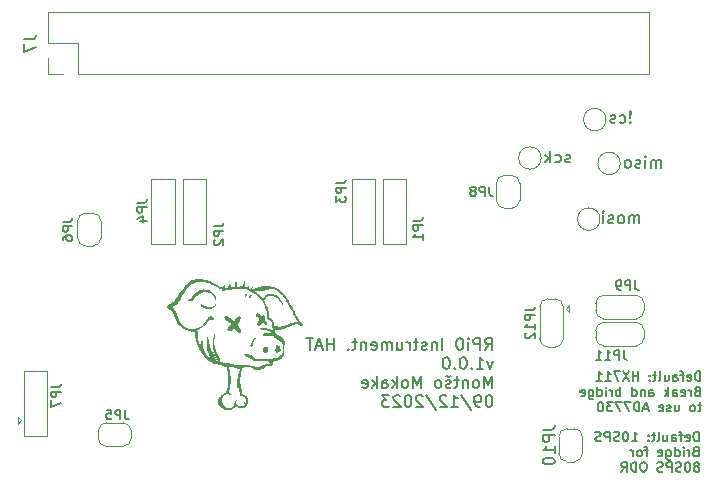
<source format=gbr>
%TF.GenerationSoftware,KiCad,Pcbnew,7.0.9*%
%TF.CreationDate,2023-12-14T12:52:06+02:00*%
%TF.ProjectId,Pi HAT,50692048-4154-42e6-9b69-6361645f7063,0.1.0*%
%TF.SameCoordinates,Original*%
%TF.FileFunction,Legend,Bot*%
%TF.FilePolarity,Positive*%
%FSLAX46Y46*%
G04 Gerber Fmt 4.6, Leading zero omitted, Abs format (unit mm)*
G04 Created by KiCad (PCBNEW 7.0.9) date 2023-12-14 12:52:06*
%MOMM*%
%LPD*%
G01*
G04 APERTURE LIST*
G04 Aperture macros list*
%AMFreePoly0*
4,1,19,0.550000,-0.750000,0.000000,-0.750000,0.000000,-0.744911,-0.071157,-0.744911,-0.207708,-0.704816,-0.327430,-0.627875,-0.420627,-0.520320,-0.479746,-0.390866,-0.500000,-0.250000,-0.500000,0.250000,-0.479746,0.390866,-0.420627,0.520320,-0.327430,0.627875,-0.207708,0.704816,-0.071157,0.744911,0.000000,0.744911,0.000000,0.750000,0.550000,0.750000,0.550000,-0.750000,0.550000,-0.750000,
$1*%
%AMFreePoly1*
4,1,19,0.000000,0.744911,0.071157,0.744911,0.207708,0.704816,0.327430,0.627875,0.420627,0.520320,0.479746,0.390866,0.500000,0.250000,0.500000,-0.250000,0.479746,-0.390866,0.420627,-0.520320,0.327430,-0.627875,0.207708,-0.704816,0.071157,-0.744911,0.000000,-0.744911,0.000000,-0.750000,-0.550000,-0.750000,-0.550000,0.750000,0.000000,0.750000,0.000000,0.744911,0.000000,0.744911,
$1*%
%AMFreePoly2*
4,1,19,0.500000,-0.750000,0.000000,-0.750000,0.000000,-0.744911,-0.071157,-0.744911,-0.207708,-0.704816,-0.327430,-0.627875,-0.420627,-0.520320,-0.479746,-0.390866,-0.500000,-0.250000,-0.500000,0.250000,-0.479746,0.390866,-0.420627,0.520320,-0.327430,0.627875,-0.207708,0.704816,-0.071157,0.744911,0.000000,0.744911,0.000000,0.750000,0.500000,0.750000,0.500000,-0.750000,0.500000,-0.750000,
$1*%
%AMFreePoly3*
4,1,19,0.000000,0.744911,0.071157,0.744911,0.207708,0.704816,0.327430,0.627875,0.420627,0.520320,0.479746,0.390866,0.500000,0.250000,0.500000,-0.250000,0.479746,-0.390866,0.420627,-0.520320,0.327430,-0.627875,0.207708,-0.704816,0.071157,-0.744911,0.000000,-0.744911,0.000000,-0.750000,-0.500000,-0.750000,-0.500000,0.750000,0.000000,0.750000,0.000000,0.744911,0.000000,0.744911,
$1*%
%AMFreePoly4*
4,1,6,1.000000,0.000000,0.500000,-0.750000,-0.500000,-0.750000,-0.500000,0.750000,0.500000,0.750000,1.000000,0.000000,1.000000,0.000000,$1*%
G04 Aperture macros list end*
%ADD10C,0.150000*%
%ADD11C,0.200000*%
%ADD12C,0.120000*%
%ADD13C,2.700000*%
%ADD14R,2.400000X2.400000*%
%ADD15C,2.400000*%
%ADD16R,1.700000X1.700000*%
%ADD17O,1.700000X1.700000*%
%ADD18C,3.000000*%
%ADD19C,2.500000*%
%ADD20FreePoly0,270.000000*%
%ADD21R,1.500000X1.000000*%
%ADD22FreePoly1,270.000000*%
%ADD23C,1.500000*%
%ADD24FreePoly2,270.000000*%
%ADD25FreePoly3,270.000000*%
%ADD26R,1.500000X1.500000*%
%ADD27FreePoly4,270.000000*%
%ADD28FreePoly4,90.000000*%
%ADD29FreePoly2,0.000000*%
%ADD30FreePoly3,0.000000*%
%ADD31FreePoly0,180.000000*%
%ADD32R,1.000000X1.500000*%
%ADD33FreePoly1,180.000000*%
G04 APERTURE END LIST*
D10*
X179710839Y-128268295D02*
X179710839Y-127468295D01*
X179710839Y-127468295D02*
X179520363Y-127468295D01*
X179520363Y-127468295D02*
X179406077Y-127506390D01*
X179406077Y-127506390D02*
X179329887Y-127582580D01*
X179329887Y-127582580D02*
X179291792Y-127658771D01*
X179291792Y-127658771D02*
X179253696Y-127811152D01*
X179253696Y-127811152D02*
X179253696Y-127925438D01*
X179253696Y-127925438D02*
X179291792Y-128077819D01*
X179291792Y-128077819D02*
X179329887Y-128154009D01*
X179329887Y-128154009D02*
X179406077Y-128230200D01*
X179406077Y-128230200D02*
X179520363Y-128268295D01*
X179520363Y-128268295D02*
X179710839Y-128268295D01*
X178606077Y-128230200D02*
X178682268Y-128268295D01*
X178682268Y-128268295D02*
X178834649Y-128268295D01*
X178834649Y-128268295D02*
X178910839Y-128230200D01*
X178910839Y-128230200D02*
X178948935Y-128154009D01*
X178948935Y-128154009D02*
X178948935Y-127849247D01*
X178948935Y-127849247D02*
X178910839Y-127773057D01*
X178910839Y-127773057D02*
X178834649Y-127734961D01*
X178834649Y-127734961D02*
X178682268Y-127734961D01*
X178682268Y-127734961D02*
X178606077Y-127773057D01*
X178606077Y-127773057D02*
X178567982Y-127849247D01*
X178567982Y-127849247D02*
X178567982Y-127925438D01*
X178567982Y-127925438D02*
X178948935Y-128001628D01*
X178339411Y-127734961D02*
X178034649Y-127734961D01*
X178225125Y-128268295D02*
X178225125Y-127582580D01*
X178225125Y-127582580D02*
X178187030Y-127506390D01*
X178187030Y-127506390D02*
X178110840Y-127468295D01*
X178110840Y-127468295D02*
X178034649Y-127468295D01*
X177425125Y-128268295D02*
X177425125Y-127849247D01*
X177425125Y-127849247D02*
X177463220Y-127773057D01*
X177463220Y-127773057D02*
X177539411Y-127734961D01*
X177539411Y-127734961D02*
X177691792Y-127734961D01*
X177691792Y-127734961D02*
X177767982Y-127773057D01*
X177425125Y-128230200D02*
X177501316Y-128268295D01*
X177501316Y-128268295D02*
X177691792Y-128268295D01*
X177691792Y-128268295D02*
X177767982Y-128230200D01*
X177767982Y-128230200D02*
X177806078Y-128154009D01*
X177806078Y-128154009D02*
X177806078Y-128077819D01*
X177806078Y-128077819D02*
X177767982Y-128001628D01*
X177767982Y-128001628D02*
X177691792Y-127963533D01*
X177691792Y-127963533D02*
X177501316Y-127963533D01*
X177501316Y-127963533D02*
X177425125Y-127925438D01*
X176701315Y-127734961D02*
X176701315Y-128268295D01*
X177044172Y-127734961D02*
X177044172Y-128154009D01*
X177044172Y-128154009D02*
X177006077Y-128230200D01*
X177006077Y-128230200D02*
X176929887Y-128268295D01*
X176929887Y-128268295D02*
X176815601Y-128268295D01*
X176815601Y-128268295D02*
X176739410Y-128230200D01*
X176739410Y-128230200D02*
X176701315Y-128192104D01*
X176206077Y-128268295D02*
X176282267Y-128230200D01*
X176282267Y-128230200D02*
X176320362Y-128154009D01*
X176320362Y-128154009D02*
X176320362Y-127468295D01*
X176015600Y-127734961D02*
X175710838Y-127734961D01*
X175901314Y-127468295D02*
X175901314Y-128154009D01*
X175901314Y-128154009D02*
X175863219Y-128230200D01*
X175863219Y-128230200D02*
X175787029Y-128268295D01*
X175787029Y-128268295D02*
X175710838Y-128268295D01*
X175444171Y-128192104D02*
X175406076Y-128230200D01*
X175406076Y-128230200D02*
X175444171Y-128268295D01*
X175444171Y-128268295D02*
X175482267Y-128230200D01*
X175482267Y-128230200D02*
X175444171Y-128192104D01*
X175444171Y-128192104D02*
X175444171Y-128268295D01*
X175444171Y-127773057D02*
X175406076Y-127811152D01*
X175406076Y-127811152D02*
X175444171Y-127849247D01*
X175444171Y-127849247D02*
X175482267Y-127811152D01*
X175482267Y-127811152D02*
X175444171Y-127773057D01*
X175444171Y-127773057D02*
X175444171Y-127849247D01*
X174034648Y-128268295D02*
X174491791Y-128268295D01*
X174263219Y-128268295D02*
X174263219Y-127468295D01*
X174263219Y-127468295D02*
X174339410Y-127582580D01*
X174339410Y-127582580D02*
X174415600Y-127658771D01*
X174415600Y-127658771D02*
X174491791Y-127696866D01*
X173539409Y-127468295D02*
X173463219Y-127468295D01*
X173463219Y-127468295D02*
X173387028Y-127506390D01*
X173387028Y-127506390D02*
X173348933Y-127544485D01*
X173348933Y-127544485D02*
X173310838Y-127620676D01*
X173310838Y-127620676D02*
X173272743Y-127773057D01*
X173272743Y-127773057D02*
X173272743Y-127963533D01*
X173272743Y-127963533D02*
X173310838Y-128115914D01*
X173310838Y-128115914D02*
X173348933Y-128192104D01*
X173348933Y-128192104D02*
X173387028Y-128230200D01*
X173387028Y-128230200D02*
X173463219Y-128268295D01*
X173463219Y-128268295D02*
X173539409Y-128268295D01*
X173539409Y-128268295D02*
X173615600Y-128230200D01*
X173615600Y-128230200D02*
X173653695Y-128192104D01*
X173653695Y-128192104D02*
X173691790Y-128115914D01*
X173691790Y-128115914D02*
X173729886Y-127963533D01*
X173729886Y-127963533D02*
X173729886Y-127773057D01*
X173729886Y-127773057D02*
X173691790Y-127620676D01*
X173691790Y-127620676D02*
X173653695Y-127544485D01*
X173653695Y-127544485D02*
X173615600Y-127506390D01*
X173615600Y-127506390D02*
X173539409Y-127468295D01*
X172967981Y-128230200D02*
X172853695Y-128268295D01*
X172853695Y-128268295D02*
X172663219Y-128268295D01*
X172663219Y-128268295D02*
X172587028Y-128230200D01*
X172587028Y-128230200D02*
X172548933Y-128192104D01*
X172548933Y-128192104D02*
X172510838Y-128115914D01*
X172510838Y-128115914D02*
X172510838Y-128039723D01*
X172510838Y-128039723D02*
X172548933Y-127963533D01*
X172548933Y-127963533D02*
X172587028Y-127925438D01*
X172587028Y-127925438D02*
X172663219Y-127887342D01*
X172663219Y-127887342D02*
X172815600Y-127849247D01*
X172815600Y-127849247D02*
X172891790Y-127811152D01*
X172891790Y-127811152D02*
X172929885Y-127773057D01*
X172929885Y-127773057D02*
X172967981Y-127696866D01*
X172967981Y-127696866D02*
X172967981Y-127620676D01*
X172967981Y-127620676D02*
X172929885Y-127544485D01*
X172929885Y-127544485D02*
X172891790Y-127506390D01*
X172891790Y-127506390D02*
X172815600Y-127468295D01*
X172815600Y-127468295D02*
X172625123Y-127468295D01*
X172625123Y-127468295D02*
X172510838Y-127506390D01*
X172167980Y-128268295D02*
X172167980Y-127468295D01*
X172167980Y-127468295D02*
X171863218Y-127468295D01*
X171863218Y-127468295D02*
X171787028Y-127506390D01*
X171787028Y-127506390D02*
X171748933Y-127544485D01*
X171748933Y-127544485D02*
X171710837Y-127620676D01*
X171710837Y-127620676D02*
X171710837Y-127734961D01*
X171710837Y-127734961D02*
X171748933Y-127811152D01*
X171748933Y-127811152D02*
X171787028Y-127849247D01*
X171787028Y-127849247D02*
X171863218Y-127887342D01*
X171863218Y-127887342D02*
X172167980Y-127887342D01*
X171406076Y-128230200D02*
X171291790Y-128268295D01*
X171291790Y-128268295D02*
X171101314Y-128268295D01*
X171101314Y-128268295D02*
X171025123Y-128230200D01*
X171025123Y-128230200D02*
X170987028Y-128192104D01*
X170987028Y-128192104D02*
X170948933Y-128115914D01*
X170948933Y-128115914D02*
X170948933Y-128039723D01*
X170948933Y-128039723D02*
X170987028Y-127963533D01*
X170987028Y-127963533D02*
X171025123Y-127925438D01*
X171025123Y-127925438D02*
X171101314Y-127887342D01*
X171101314Y-127887342D02*
X171253695Y-127849247D01*
X171253695Y-127849247D02*
X171329885Y-127811152D01*
X171329885Y-127811152D02*
X171367980Y-127773057D01*
X171367980Y-127773057D02*
X171406076Y-127696866D01*
X171406076Y-127696866D02*
X171406076Y-127620676D01*
X171406076Y-127620676D02*
X171367980Y-127544485D01*
X171367980Y-127544485D02*
X171329885Y-127506390D01*
X171329885Y-127506390D02*
X171253695Y-127468295D01*
X171253695Y-127468295D02*
X171063218Y-127468295D01*
X171063218Y-127468295D02*
X170948933Y-127506390D01*
X179444173Y-129137247D02*
X179329887Y-129175342D01*
X179329887Y-129175342D02*
X179291792Y-129213438D01*
X179291792Y-129213438D02*
X179253696Y-129289628D01*
X179253696Y-129289628D02*
X179253696Y-129403914D01*
X179253696Y-129403914D02*
X179291792Y-129480104D01*
X179291792Y-129480104D02*
X179329887Y-129518200D01*
X179329887Y-129518200D02*
X179406077Y-129556295D01*
X179406077Y-129556295D02*
X179710839Y-129556295D01*
X179710839Y-129556295D02*
X179710839Y-128756295D01*
X179710839Y-128756295D02*
X179444173Y-128756295D01*
X179444173Y-128756295D02*
X179367982Y-128794390D01*
X179367982Y-128794390D02*
X179329887Y-128832485D01*
X179329887Y-128832485D02*
X179291792Y-128908676D01*
X179291792Y-128908676D02*
X179291792Y-128984866D01*
X179291792Y-128984866D02*
X179329887Y-129061057D01*
X179329887Y-129061057D02*
X179367982Y-129099152D01*
X179367982Y-129099152D02*
X179444173Y-129137247D01*
X179444173Y-129137247D02*
X179710839Y-129137247D01*
X178910839Y-129556295D02*
X178910839Y-129022961D01*
X178910839Y-129175342D02*
X178872744Y-129099152D01*
X178872744Y-129099152D02*
X178834649Y-129061057D01*
X178834649Y-129061057D02*
X178758458Y-129022961D01*
X178758458Y-129022961D02*
X178682268Y-129022961D01*
X178415601Y-129556295D02*
X178415601Y-129022961D01*
X178415601Y-128756295D02*
X178453697Y-128794390D01*
X178453697Y-128794390D02*
X178415601Y-128832485D01*
X178415601Y-128832485D02*
X178377506Y-128794390D01*
X178377506Y-128794390D02*
X178415601Y-128756295D01*
X178415601Y-128756295D02*
X178415601Y-128832485D01*
X177691792Y-129556295D02*
X177691792Y-128756295D01*
X177691792Y-129518200D02*
X177767983Y-129556295D01*
X177767983Y-129556295D02*
X177920364Y-129556295D01*
X177920364Y-129556295D02*
X177996554Y-129518200D01*
X177996554Y-129518200D02*
X178034649Y-129480104D01*
X178034649Y-129480104D02*
X178072745Y-129403914D01*
X178072745Y-129403914D02*
X178072745Y-129175342D01*
X178072745Y-129175342D02*
X178034649Y-129099152D01*
X178034649Y-129099152D02*
X177996554Y-129061057D01*
X177996554Y-129061057D02*
X177920364Y-129022961D01*
X177920364Y-129022961D02*
X177767983Y-129022961D01*
X177767983Y-129022961D02*
X177691792Y-129061057D01*
X176967982Y-129022961D02*
X176967982Y-129670580D01*
X176967982Y-129670580D02*
X177006077Y-129746771D01*
X177006077Y-129746771D02*
X177044173Y-129784866D01*
X177044173Y-129784866D02*
X177120363Y-129822961D01*
X177120363Y-129822961D02*
X177234649Y-129822961D01*
X177234649Y-129822961D02*
X177310839Y-129784866D01*
X176967982Y-129518200D02*
X177044173Y-129556295D01*
X177044173Y-129556295D02*
X177196554Y-129556295D01*
X177196554Y-129556295D02*
X177272744Y-129518200D01*
X177272744Y-129518200D02*
X177310839Y-129480104D01*
X177310839Y-129480104D02*
X177348935Y-129403914D01*
X177348935Y-129403914D02*
X177348935Y-129175342D01*
X177348935Y-129175342D02*
X177310839Y-129099152D01*
X177310839Y-129099152D02*
X177272744Y-129061057D01*
X177272744Y-129061057D02*
X177196554Y-129022961D01*
X177196554Y-129022961D02*
X177044173Y-129022961D01*
X177044173Y-129022961D02*
X176967982Y-129061057D01*
X176282267Y-129518200D02*
X176358458Y-129556295D01*
X176358458Y-129556295D02*
X176510839Y-129556295D01*
X176510839Y-129556295D02*
X176587029Y-129518200D01*
X176587029Y-129518200D02*
X176625125Y-129442009D01*
X176625125Y-129442009D02*
X176625125Y-129137247D01*
X176625125Y-129137247D02*
X176587029Y-129061057D01*
X176587029Y-129061057D02*
X176510839Y-129022961D01*
X176510839Y-129022961D02*
X176358458Y-129022961D01*
X176358458Y-129022961D02*
X176282267Y-129061057D01*
X176282267Y-129061057D02*
X176244172Y-129137247D01*
X176244172Y-129137247D02*
X176244172Y-129213438D01*
X176244172Y-129213438D02*
X176625125Y-129289628D01*
X175406077Y-129022961D02*
X175101315Y-129022961D01*
X175291791Y-129556295D02*
X175291791Y-128870580D01*
X175291791Y-128870580D02*
X175253696Y-128794390D01*
X175253696Y-128794390D02*
X175177506Y-128756295D01*
X175177506Y-128756295D02*
X175101315Y-128756295D01*
X174720363Y-129556295D02*
X174796553Y-129518200D01*
X174796553Y-129518200D02*
X174834648Y-129480104D01*
X174834648Y-129480104D02*
X174872744Y-129403914D01*
X174872744Y-129403914D02*
X174872744Y-129175342D01*
X174872744Y-129175342D02*
X174834648Y-129099152D01*
X174834648Y-129099152D02*
X174796553Y-129061057D01*
X174796553Y-129061057D02*
X174720363Y-129022961D01*
X174720363Y-129022961D02*
X174606077Y-129022961D01*
X174606077Y-129022961D02*
X174529886Y-129061057D01*
X174529886Y-129061057D02*
X174491791Y-129099152D01*
X174491791Y-129099152D02*
X174453696Y-129175342D01*
X174453696Y-129175342D02*
X174453696Y-129403914D01*
X174453696Y-129403914D02*
X174491791Y-129480104D01*
X174491791Y-129480104D02*
X174529886Y-129518200D01*
X174529886Y-129518200D02*
X174606077Y-129556295D01*
X174606077Y-129556295D02*
X174720363Y-129556295D01*
X174110838Y-129556295D02*
X174110838Y-129022961D01*
X174110838Y-129175342D02*
X174072743Y-129099152D01*
X174072743Y-129099152D02*
X174034648Y-129061057D01*
X174034648Y-129061057D02*
X173958457Y-129022961D01*
X173958457Y-129022961D02*
X173882267Y-129022961D01*
X179596554Y-130387152D02*
X179672744Y-130349057D01*
X179672744Y-130349057D02*
X179710839Y-130310961D01*
X179710839Y-130310961D02*
X179748935Y-130234771D01*
X179748935Y-130234771D02*
X179748935Y-130196676D01*
X179748935Y-130196676D02*
X179710839Y-130120485D01*
X179710839Y-130120485D02*
X179672744Y-130082390D01*
X179672744Y-130082390D02*
X179596554Y-130044295D01*
X179596554Y-130044295D02*
X179444173Y-130044295D01*
X179444173Y-130044295D02*
X179367982Y-130082390D01*
X179367982Y-130082390D02*
X179329887Y-130120485D01*
X179329887Y-130120485D02*
X179291792Y-130196676D01*
X179291792Y-130196676D02*
X179291792Y-130234771D01*
X179291792Y-130234771D02*
X179329887Y-130310961D01*
X179329887Y-130310961D02*
X179367982Y-130349057D01*
X179367982Y-130349057D02*
X179444173Y-130387152D01*
X179444173Y-130387152D02*
X179596554Y-130387152D01*
X179596554Y-130387152D02*
X179672744Y-130425247D01*
X179672744Y-130425247D02*
X179710839Y-130463342D01*
X179710839Y-130463342D02*
X179748935Y-130539533D01*
X179748935Y-130539533D02*
X179748935Y-130691914D01*
X179748935Y-130691914D02*
X179710839Y-130768104D01*
X179710839Y-130768104D02*
X179672744Y-130806200D01*
X179672744Y-130806200D02*
X179596554Y-130844295D01*
X179596554Y-130844295D02*
X179444173Y-130844295D01*
X179444173Y-130844295D02*
X179367982Y-130806200D01*
X179367982Y-130806200D02*
X179329887Y-130768104D01*
X179329887Y-130768104D02*
X179291792Y-130691914D01*
X179291792Y-130691914D02*
X179291792Y-130539533D01*
X179291792Y-130539533D02*
X179329887Y-130463342D01*
X179329887Y-130463342D02*
X179367982Y-130425247D01*
X179367982Y-130425247D02*
X179444173Y-130387152D01*
X178796553Y-130044295D02*
X178720363Y-130044295D01*
X178720363Y-130044295D02*
X178644172Y-130082390D01*
X178644172Y-130082390D02*
X178606077Y-130120485D01*
X178606077Y-130120485D02*
X178567982Y-130196676D01*
X178567982Y-130196676D02*
X178529887Y-130349057D01*
X178529887Y-130349057D02*
X178529887Y-130539533D01*
X178529887Y-130539533D02*
X178567982Y-130691914D01*
X178567982Y-130691914D02*
X178606077Y-130768104D01*
X178606077Y-130768104D02*
X178644172Y-130806200D01*
X178644172Y-130806200D02*
X178720363Y-130844295D01*
X178720363Y-130844295D02*
X178796553Y-130844295D01*
X178796553Y-130844295D02*
X178872744Y-130806200D01*
X178872744Y-130806200D02*
X178910839Y-130768104D01*
X178910839Y-130768104D02*
X178948934Y-130691914D01*
X178948934Y-130691914D02*
X178987030Y-130539533D01*
X178987030Y-130539533D02*
X178987030Y-130349057D01*
X178987030Y-130349057D02*
X178948934Y-130196676D01*
X178948934Y-130196676D02*
X178910839Y-130120485D01*
X178910839Y-130120485D02*
X178872744Y-130082390D01*
X178872744Y-130082390D02*
X178796553Y-130044295D01*
X178225125Y-130806200D02*
X178110839Y-130844295D01*
X178110839Y-130844295D02*
X177920363Y-130844295D01*
X177920363Y-130844295D02*
X177844172Y-130806200D01*
X177844172Y-130806200D02*
X177806077Y-130768104D01*
X177806077Y-130768104D02*
X177767982Y-130691914D01*
X177767982Y-130691914D02*
X177767982Y-130615723D01*
X177767982Y-130615723D02*
X177806077Y-130539533D01*
X177806077Y-130539533D02*
X177844172Y-130501438D01*
X177844172Y-130501438D02*
X177920363Y-130463342D01*
X177920363Y-130463342D02*
X178072744Y-130425247D01*
X178072744Y-130425247D02*
X178148934Y-130387152D01*
X178148934Y-130387152D02*
X178187029Y-130349057D01*
X178187029Y-130349057D02*
X178225125Y-130272866D01*
X178225125Y-130272866D02*
X178225125Y-130196676D01*
X178225125Y-130196676D02*
X178187029Y-130120485D01*
X178187029Y-130120485D02*
X178148934Y-130082390D01*
X178148934Y-130082390D02*
X178072744Y-130044295D01*
X178072744Y-130044295D02*
X177882267Y-130044295D01*
X177882267Y-130044295D02*
X177767982Y-130082390D01*
X177425124Y-130844295D02*
X177425124Y-130044295D01*
X177425124Y-130044295D02*
X177120362Y-130044295D01*
X177120362Y-130044295D02*
X177044172Y-130082390D01*
X177044172Y-130082390D02*
X177006077Y-130120485D01*
X177006077Y-130120485D02*
X176967981Y-130196676D01*
X176967981Y-130196676D02*
X176967981Y-130310961D01*
X176967981Y-130310961D02*
X177006077Y-130387152D01*
X177006077Y-130387152D02*
X177044172Y-130425247D01*
X177044172Y-130425247D02*
X177120362Y-130463342D01*
X177120362Y-130463342D02*
X177425124Y-130463342D01*
X176663220Y-130806200D02*
X176548934Y-130844295D01*
X176548934Y-130844295D02*
X176358458Y-130844295D01*
X176358458Y-130844295D02*
X176282267Y-130806200D01*
X176282267Y-130806200D02*
X176244172Y-130768104D01*
X176244172Y-130768104D02*
X176206077Y-130691914D01*
X176206077Y-130691914D02*
X176206077Y-130615723D01*
X176206077Y-130615723D02*
X176244172Y-130539533D01*
X176244172Y-130539533D02*
X176282267Y-130501438D01*
X176282267Y-130501438D02*
X176358458Y-130463342D01*
X176358458Y-130463342D02*
X176510839Y-130425247D01*
X176510839Y-130425247D02*
X176587029Y-130387152D01*
X176587029Y-130387152D02*
X176625124Y-130349057D01*
X176625124Y-130349057D02*
X176663220Y-130272866D01*
X176663220Y-130272866D02*
X176663220Y-130196676D01*
X176663220Y-130196676D02*
X176625124Y-130120485D01*
X176625124Y-130120485D02*
X176587029Y-130082390D01*
X176587029Y-130082390D02*
X176510839Y-130044295D01*
X176510839Y-130044295D02*
X176320362Y-130044295D01*
X176320362Y-130044295D02*
X176206077Y-130082390D01*
X175101314Y-130044295D02*
X174948933Y-130044295D01*
X174948933Y-130044295D02*
X174872743Y-130082390D01*
X174872743Y-130082390D02*
X174796552Y-130158580D01*
X174796552Y-130158580D02*
X174758457Y-130310961D01*
X174758457Y-130310961D02*
X174758457Y-130577628D01*
X174758457Y-130577628D02*
X174796552Y-130730009D01*
X174796552Y-130730009D02*
X174872743Y-130806200D01*
X174872743Y-130806200D02*
X174948933Y-130844295D01*
X174948933Y-130844295D02*
X175101314Y-130844295D01*
X175101314Y-130844295D02*
X175177505Y-130806200D01*
X175177505Y-130806200D02*
X175253695Y-130730009D01*
X175253695Y-130730009D02*
X175291791Y-130577628D01*
X175291791Y-130577628D02*
X175291791Y-130310961D01*
X175291791Y-130310961D02*
X175253695Y-130158580D01*
X175253695Y-130158580D02*
X175177505Y-130082390D01*
X175177505Y-130082390D02*
X175101314Y-130044295D01*
X174415600Y-130844295D02*
X174415600Y-130044295D01*
X174415600Y-130044295D02*
X174225124Y-130044295D01*
X174225124Y-130044295D02*
X174110838Y-130082390D01*
X174110838Y-130082390D02*
X174034648Y-130158580D01*
X174034648Y-130158580D02*
X173996553Y-130234771D01*
X173996553Y-130234771D02*
X173958457Y-130387152D01*
X173958457Y-130387152D02*
X173958457Y-130501438D01*
X173958457Y-130501438D02*
X173996553Y-130653819D01*
X173996553Y-130653819D02*
X174034648Y-130730009D01*
X174034648Y-130730009D02*
X174110838Y-130806200D01*
X174110838Y-130806200D02*
X174225124Y-130844295D01*
X174225124Y-130844295D02*
X174415600Y-130844295D01*
X173158457Y-130844295D02*
X173425124Y-130463342D01*
X173615600Y-130844295D02*
X173615600Y-130044295D01*
X173615600Y-130044295D02*
X173310838Y-130044295D01*
X173310838Y-130044295D02*
X173234648Y-130082390D01*
X173234648Y-130082390D02*
X173196553Y-130120485D01*
X173196553Y-130120485D02*
X173158457Y-130196676D01*
X173158457Y-130196676D02*
X173158457Y-130310961D01*
X173158457Y-130310961D02*
X173196553Y-130387152D01*
X173196553Y-130387152D02*
X173234648Y-130425247D01*
X173234648Y-130425247D02*
X173310838Y-130463342D01*
X173310838Y-130463342D02*
X173615600Y-130463342D01*
X179810839Y-123168295D02*
X179810839Y-122368295D01*
X179810839Y-122368295D02*
X179620363Y-122368295D01*
X179620363Y-122368295D02*
X179506077Y-122406390D01*
X179506077Y-122406390D02*
X179429887Y-122482580D01*
X179429887Y-122482580D02*
X179391792Y-122558771D01*
X179391792Y-122558771D02*
X179353696Y-122711152D01*
X179353696Y-122711152D02*
X179353696Y-122825438D01*
X179353696Y-122825438D02*
X179391792Y-122977819D01*
X179391792Y-122977819D02*
X179429887Y-123054009D01*
X179429887Y-123054009D02*
X179506077Y-123130200D01*
X179506077Y-123130200D02*
X179620363Y-123168295D01*
X179620363Y-123168295D02*
X179810839Y-123168295D01*
X178706077Y-123130200D02*
X178782268Y-123168295D01*
X178782268Y-123168295D02*
X178934649Y-123168295D01*
X178934649Y-123168295D02*
X179010839Y-123130200D01*
X179010839Y-123130200D02*
X179048935Y-123054009D01*
X179048935Y-123054009D02*
X179048935Y-122749247D01*
X179048935Y-122749247D02*
X179010839Y-122673057D01*
X179010839Y-122673057D02*
X178934649Y-122634961D01*
X178934649Y-122634961D02*
X178782268Y-122634961D01*
X178782268Y-122634961D02*
X178706077Y-122673057D01*
X178706077Y-122673057D02*
X178667982Y-122749247D01*
X178667982Y-122749247D02*
X178667982Y-122825438D01*
X178667982Y-122825438D02*
X179048935Y-122901628D01*
X178439411Y-122634961D02*
X178134649Y-122634961D01*
X178325125Y-123168295D02*
X178325125Y-122482580D01*
X178325125Y-122482580D02*
X178287030Y-122406390D01*
X178287030Y-122406390D02*
X178210840Y-122368295D01*
X178210840Y-122368295D02*
X178134649Y-122368295D01*
X177525125Y-123168295D02*
X177525125Y-122749247D01*
X177525125Y-122749247D02*
X177563220Y-122673057D01*
X177563220Y-122673057D02*
X177639411Y-122634961D01*
X177639411Y-122634961D02*
X177791792Y-122634961D01*
X177791792Y-122634961D02*
X177867982Y-122673057D01*
X177525125Y-123130200D02*
X177601316Y-123168295D01*
X177601316Y-123168295D02*
X177791792Y-123168295D01*
X177791792Y-123168295D02*
X177867982Y-123130200D01*
X177867982Y-123130200D02*
X177906078Y-123054009D01*
X177906078Y-123054009D02*
X177906078Y-122977819D01*
X177906078Y-122977819D02*
X177867982Y-122901628D01*
X177867982Y-122901628D02*
X177791792Y-122863533D01*
X177791792Y-122863533D02*
X177601316Y-122863533D01*
X177601316Y-122863533D02*
X177525125Y-122825438D01*
X176801315Y-122634961D02*
X176801315Y-123168295D01*
X177144172Y-122634961D02*
X177144172Y-123054009D01*
X177144172Y-123054009D02*
X177106077Y-123130200D01*
X177106077Y-123130200D02*
X177029887Y-123168295D01*
X177029887Y-123168295D02*
X176915601Y-123168295D01*
X176915601Y-123168295D02*
X176839410Y-123130200D01*
X176839410Y-123130200D02*
X176801315Y-123092104D01*
X176306077Y-123168295D02*
X176382267Y-123130200D01*
X176382267Y-123130200D02*
X176420362Y-123054009D01*
X176420362Y-123054009D02*
X176420362Y-122368295D01*
X176115600Y-122634961D02*
X175810838Y-122634961D01*
X176001314Y-122368295D02*
X176001314Y-123054009D01*
X176001314Y-123054009D02*
X175963219Y-123130200D01*
X175963219Y-123130200D02*
X175887029Y-123168295D01*
X175887029Y-123168295D02*
X175810838Y-123168295D01*
X175544171Y-123092104D02*
X175506076Y-123130200D01*
X175506076Y-123130200D02*
X175544171Y-123168295D01*
X175544171Y-123168295D02*
X175582267Y-123130200D01*
X175582267Y-123130200D02*
X175544171Y-123092104D01*
X175544171Y-123092104D02*
X175544171Y-123168295D01*
X175544171Y-122673057D02*
X175506076Y-122711152D01*
X175506076Y-122711152D02*
X175544171Y-122749247D01*
X175544171Y-122749247D02*
X175582267Y-122711152D01*
X175582267Y-122711152D02*
X175544171Y-122673057D01*
X175544171Y-122673057D02*
X175544171Y-122749247D01*
X174553695Y-123168295D02*
X174553695Y-122368295D01*
X174553695Y-122749247D02*
X174096552Y-122749247D01*
X174096552Y-123168295D02*
X174096552Y-122368295D01*
X173791791Y-122368295D02*
X173258457Y-123168295D01*
X173258457Y-122368295D02*
X173791791Y-123168295D01*
X173029886Y-122368295D02*
X172496552Y-122368295D01*
X172496552Y-122368295D02*
X172839410Y-123168295D01*
X171772743Y-123168295D02*
X172229886Y-123168295D01*
X172001314Y-123168295D02*
X172001314Y-122368295D01*
X172001314Y-122368295D02*
X172077505Y-122482580D01*
X172077505Y-122482580D02*
X172153695Y-122558771D01*
X172153695Y-122558771D02*
X172229886Y-122596866D01*
X171010838Y-123168295D02*
X171467981Y-123168295D01*
X171239409Y-123168295D02*
X171239409Y-122368295D01*
X171239409Y-122368295D02*
X171315600Y-122482580D01*
X171315600Y-122482580D02*
X171391790Y-122558771D01*
X171391790Y-122558771D02*
X171467981Y-122596866D01*
X179544173Y-124037247D02*
X179429887Y-124075342D01*
X179429887Y-124075342D02*
X179391792Y-124113438D01*
X179391792Y-124113438D02*
X179353696Y-124189628D01*
X179353696Y-124189628D02*
X179353696Y-124303914D01*
X179353696Y-124303914D02*
X179391792Y-124380104D01*
X179391792Y-124380104D02*
X179429887Y-124418200D01*
X179429887Y-124418200D02*
X179506077Y-124456295D01*
X179506077Y-124456295D02*
X179810839Y-124456295D01*
X179810839Y-124456295D02*
X179810839Y-123656295D01*
X179810839Y-123656295D02*
X179544173Y-123656295D01*
X179544173Y-123656295D02*
X179467982Y-123694390D01*
X179467982Y-123694390D02*
X179429887Y-123732485D01*
X179429887Y-123732485D02*
X179391792Y-123808676D01*
X179391792Y-123808676D02*
X179391792Y-123884866D01*
X179391792Y-123884866D02*
X179429887Y-123961057D01*
X179429887Y-123961057D02*
X179467982Y-123999152D01*
X179467982Y-123999152D02*
X179544173Y-124037247D01*
X179544173Y-124037247D02*
X179810839Y-124037247D01*
X179010839Y-124456295D02*
X179010839Y-123922961D01*
X179010839Y-124075342D02*
X178972744Y-123999152D01*
X178972744Y-123999152D02*
X178934649Y-123961057D01*
X178934649Y-123961057D02*
X178858458Y-123922961D01*
X178858458Y-123922961D02*
X178782268Y-123922961D01*
X178210839Y-124418200D02*
X178287030Y-124456295D01*
X178287030Y-124456295D02*
X178439411Y-124456295D01*
X178439411Y-124456295D02*
X178515601Y-124418200D01*
X178515601Y-124418200D02*
X178553697Y-124342009D01*
X178553697Y-124342009D02*
X178553697Y-124037247D01*
X178553697Y-124037247D02*
X178515601Y-123961057D01*
X178515601Y-123961057D02*
X178439411Y-123922961D01*
X178439411Y-123922961D02*
X178287030Y-123922961D01*
X178287030Y-123922961D02*
X178210839Y-123961057D01*
X178210839Y-123961057D02*
X178172744Y-124037247D01*
X178172744Y-124037247D02*
X178172744Y-124113438D01*
X178172744Y-124113438D02*
X178553697Y-124189628D01*
X177487030Y-124456295D02*
X177487030Y-124037247D01*
X177487030Y-124037247D02*
X177525125Y-123961057D01*
X177525125Y-123961057D02*
X177601316Y-123922961D01*
X177601316Y-123922961D02*
X177753697Y-123922961D01*
X177753697Y-123922961D02*
X177829887Y-123961057D01*
X177487030Y-124418200D02*
X177563221Y-124456295D01*
X177563221Y-124456295D02*
X177753697Y-124456295D01*
X177753697Y-124456295D02*
X177829887Y-124418200D01*
X177829887Y-124418200D02*
X177867983Y-124342009D01*
X177867983Y-124342009D02*
X177867983Y-124265819D01*
X177867983Y-124265819D02*
X177829887Y-124189628D01*
X177829887Y-124189628D02*
X177753697Y-124151533D01*
X177753697Y-124151533D02*
X177563221Y-124151533D01*
X177563221Y-124151533D02*
X177487030Y-124113438D01*
X177106077Y-124456295D02*
X177106077Y-123656295D01*
X177029887Y-124151533D02*
X176801315Y-124456295D01*
X176801315Y-123922961D02*
X177106077Y-124227723D01*
X175506077Y-124456295D02*
X175506077Y-124037247D01*
X175506077Y-124037247D02*
X175544172Y-123961057D01*
X175544172Y-123961057D02*
X175620363Y-123922961D01*
X175620363Y-123922961D02*
X175772744Y-123922961D01*
X175772744Y-123922961D02*
X175848934Y-123961057D01*
X175506077Y-124418200D02*
X175582268Y-124456295D01*
X175582268Y-124456295D02*
X175772744Y-124456295D01*
X175772744Y-124456295D02*
X175848934Y-124418200D01*
X175848934Y-124418200D02*
X175887030Y-124342009D01*
X175887030Y-124342009D02*
X175887030Y-124265819D01*
X175887030Y-124265819D02*
X175848934Y-124189628D01*
X175848934Y-124189628D02*
X175772744Y-124151533D01*
X175772744Y-124151533D02*
X175582268Y-124151533D01*
X175582268Y-124151533D02*
X175506077Y-124113438D01*
X175125124Y-123922961D02*
X175125124Y-124456295D01*
X175125124Y-123999152D02*
X175087029Y-123961057D01*
X175087029Y-123961057D02*
X175010839Y-123922961D01*
X175010839Y-123922961D02*
X174896553Y-123922961D01*
X174896553Y-123922961D02*
X174820362Y-123961057D01*
X174820362Y-123961057D02*
X174782267Y-124037247D01*
X174782267Y-124037247D02*
X174782267Y-124456295D01*
X174058457Y-124456295D02*
X174058457Y-123656295D01*
X174058457Y-124418200D02*
X174134648Y-124456295D01*
X174134648Y-124456295D02*
X174287029Y-124456295D01*
X174287029Y-124456295D02*
X174363219Y-124418200D01*
X174363219Y-124418200D02*
X174401314Y-124380104D01*
X174401314Y-124380104D02*
X174439410Y-124303914D01*
X174439410Y-124303914D02*
X174439410Y-124075342D01*
X174439410Y-124075342D02*
X174401314Y-123999152D01*
X174401314Y-123999152D02*
X174363219Y-123961057D01*
X174363219Y-123961057D02*
X174287029Y-123922961D01*
X174287029Y-123922961D02*
X174134648Y-123922961D01*
X174134648Y-123922961D02*
X174058457Y-123961057D01*
X173067980Y-124456295D02*
X173067980Y-123656295D01*
X173067980Y-123961057D02*
X172991790Y-123922961D01*
X172991790Y-123922961D02*
X172839409Y-123922961D01*
X172839409Y-123922961D02*
X172763218Y-123961057D01*
X172763218Y-123961057D02*
X172725123Y-123999152D01*
X172725123Y-123999152D02*
X172687028Y-124075342D01*
X172687028Y-124075342D02*
X172687028Y-124303914D01*
X172687028Y-124303914D02*
X172725123Y-124380104D01*
X172725123Y-124380104D02*
X172763218Y-124418200D01*
X172763218Y-124418200D02*
X172839409Y-124456295D01*
X172839409Y-124456295D02*
X172991790Y-124456295D01*
X172991790Y-124456295D02*
X173067980Y-124418200D01*
X172344170Y-124456295D02*
X172344170Y-123922961D01*
X172344170Y-124075342D02*
X172306075Y-123999152D01*
X172306075Y-123999152D02*
X172267980Y-123961057D01*
X172267980Y-123961057D02*
X172191789Y-123922961D01*
X172191789Y-123922961D02*
X172115599Y-123922961D01*
X171848932Y-124456295D02*
X171848932Y-123922961D01*
X171848932Y-123656295D02*
X171887028Y-123694390D01*
X171887028Y-123694390D02*
X171848932Y-123732485D01*
X171848932Y-123732485D02*
X171810837Y-123694390D01*
X171810837Y-123694390D02*
X171848932Y-123656295D01*
X171848932Y-123656295D02*
X171848932Y-123732485D01*
X171125123Y-124456295D02*
X171125123Y-123656295D01*
X171125123Y-124418200D02*
X171201314Y-124456295D01*
X171201314Y-124456295D02*
X171353695Y-124456295D01*
X171353695Y-124456295D02*
X171429885Y-124418200D01*
X171429885Y-124418200D02*
X171467980Y-124380104D01*
X171467980Y-124380104D02*
X171506076Y-124303914D01*
X171506076Y-124303914D02*
X171506076Y-124075342D01*
X171506076Y-124075342D02*
X171467980Y-123999152D01*
X171467980Y-123999152D02*
X171429885Y-123961057D01*
X171429885Y-123961057D02*
X171353695Y-123922961D01*
X171353695Y-123922961D02*
X171201314Y-123922961D01*
X171201314Y-123922961D02*
X171125123Y-123961057D01*
X170401313Y-123922961D02*
X170401313Y-124570580D01*
X170401313Y-124570580D02*
X170439408Y-124646771D01*
X170439408Y-124646771D02*
X170477504Y-124684866D01*
X170477504Y-124684866D02*
X170553694Y-124722961D01*
X170553694Y-124722961D02*
X170667980Y-124722961D01*
X170667980Y-124722961D02*
X170744170Y-124684866D01*
X170401313Y-124418200D02*
X170477504Y-124456295D01*
X170477504Y-124456295D02*
X170629885Y-124456295D01*
X170629885Y-124456295D02*
X170706075Y-124418200D01*
X170706075Y-124418200D02*
X170744170Y-124380104D01*
X170744170Y-124380104D02*
X170782266Y-124303914D01*
X170782266Y-124303914D02*
X170782266Y-124075342D01*
X170782266Y-124075342D02*
X170744170Y-123999152D01*
X170744170Y-123999152D02*
X170706075Y-123961057D01*
X170706075Y-123961057D02*
X170629885Y-123922961D01*
X170629885Y-123922961D02*
X170477504Y-123922961D01*
X170477504Y-123922961D02*
X170401313Y-123961057D01*
X169715598Y-124418200D02*
X169791789Y-124456295D01*
X169791789Y-124456295D02*
X169944170Y-124456295D01*
X169944170Y-124456295D02*
X170020360Y-124418200D01*
X170020360Y-124418200D02*
X170058456Y-124342009D01*
X170058456Y-124342009D02*
X170058456Y-124037247D01*
X170058456Y-124037247D02*
X170020360Y-123961057D01*
X170020360Y-123961057D02*
X169944170Y-123922961D01*
X169944170Y-123922961D02*
X169791789Y-123922961D01*
X169791789Y-123922961D02*
X169715598Y-123961057D01*
X169715598Y-123961057D02*
X169677503Y-124037247D01*
X169677503Y-124037247D02*
X169677503Y-124113438D01*
X169677503Y-124113438D02*
X170058456Y-124189628D01*
X179925125Y-125210961D02*
X179620363Y-125210961D01*
X179810839Y-124944295D02*
X179810839Y-125630009D01*
X179810839Y-125630009D02*
X179772744Y-125706200D01*
X179772744Y-125706200D02*
X179696554Y-125744295D01*
X179696554Y-125744295D02*
X179620363Y-125744295D01*
X179239411Y-125744295D02*
X179315601Y-125706200D01*
X179315601Y-125706200D02*
X179353696Y-125668104D01*
X179353696Y-125668104D02*
X179391792Y-125591914D01*
X179391792Y-125591914D02*
X179391792Y-125363342D01*
X179391792Y-125363342D02*
X179353696Y-125287152D01*
X179353696Y-125287152D02*
X179315601Y-125249057D01*
X179315601Y-125249057D02*
X179239411Y-125210961D01*
X179239411Y-125210961D02*
X179125125Y-125210961D01*
X179125125Y-125210961D02*
X179048934Y-125249057D01*
X179048934Y-125249057D02*
X179010839Y-125287152D01*
X179010839Y-125287152D02*
X178972744Y-125363342D01*
X178972744Y-125363342D02*
X178972744Y-125591914D01*
X178972744Y-125591914D02*
X179010839Y-125668104D01*
X179010839Y-125668104D02*
X179048934Y-125706200D01*
X179048934Y-125706200D02*
X179125125Y-125744295D01*
X179125125Y-125744295D02*
X179239411Y-125744295D01*
X177677505Y-125210961D02*
X177677505Y-125744295D01*
X178020362Y-125210961D02*
X178020362Y-125630009D01*
X178020362Y-125630009D02*
X177982267Y-125706200D01*
X177982267Y-125706200D02*
X177906077Y-125744295D01*
X177906077Y-125744295D02*
X177791791Y-125744295D01*
X177791791Y-125744295D02*
X177715600Y-125706200D01*
X177715600Y-125706200D02*
X177677505Y-125668104D01*
X177334648Y-125706200D02*
X177258457Y-125744295D01*
X177258457Y-125744295D02*
X177106076Y-125744295D01*
X177106076Y-125744295D02*
X177029886Y-125706200D01*
X177029886Y-125706200D02*
X176991790Y-125630009D01*
X176991790Y-125630009D02*
X176991790Y-125591914D01*
X176991790Y-125591914D02*
X177029886Y-125515723D01*
X177029886Y-125515723D02*
X177106076Y-125477628D01*
X177106076Y-125477628D02*
X177220362Y-125477628D01*
X177220362Y-125477628D02*
X177296552Y-125439533D01*
X177296552Y-125439533D02*
X177334648Y-125363342D01*
X177334648Y-125363342D02*
X177334648Y-125325247D01*
X177334648Y-125325247D02*
X177296552Y-125249057D01*
X177296552Y-125249057D02*
X177220362Y-125210961D01*
X177220362Y-125210961D02*
X177106076Y-125210961D01*
X177106076Y-125210961D02*
X177029886Y-125249057D01*
X176344171Y-125706200D02*
X176420362Y-125744295D01*
X176420362Y-125744295D02*
X176572743Y-125744295D01*
X176572743Y-125744295D02*
X176648933Y-125706200D01*
X176648933Y-125706200D02*
X176687029Y-125630009D01*
X176687029Y-125630009D02*
X176687029Y-125325247D01*
X176687029Y-125325247D02*
X176648933Y-125249057D01*
X176648933Y-125249057D02*
X176572743Y-125210961D01*
X176572743Y-125210961D02*
X176420362Y-125210961D01*
X176420362Y-125210961D02*
X176344171Y-125249057D01*
X176344171Y-125249057D02*
X176306076Y-125325247D01*
X176306076Y-125325247D02*
X176306076Y-125401438D01*
X176306076Y-125401438D02*
X176687029Y-125477628D01*
X175391791Y-125515723D02*
X175010838Y-125515723D01*
X175467981Y-125744295D02*
X175201314Y-124944295D01*
X175201314Y-124944295D02*
X174934648Y-125744295D01*
X174667981Y-125744295D02*
X174667981Y-124944295D01*
X174667981Y-124944295D02*
X174477505Y-124944295D01*
X174477505Y-124944295D02*
X174363219Y-124982390D01*
X174363219Y-124982390D02*
X174287029Y-125058580D01*
X174287029Y-125058580D02*
X174248934Y-125134771D01*
X174248934Y-125134771D02*
X174210838Y-125287152D01*
X174210838Y-125287152D02*
X174210838Y-125401438D01*
X174210838Y-125401438D02*
X174248934Y-125553819D01*
X174248934Y-125553819D02*
X174287029Y-125630009D01*
X174287029Y-125630009D02*
X174363219Y-125706200D01*
X174363219Y-125706200D02*
X174477505Y-125744295D01*
X174477505Y-125744295D02*
X174667981Y-125744295D01*
X173944172Y-124944295D02*
X173410838Y-124944295D01*
X173410838Y-124944295D02*
X173753696Y-125744295D01*
X173182267Y-124944295D02*
X172648933Y-124944295D01*
X172648933Y-124944295D02*
X172991791Y-125744295D01*
X172420362Y-124944295D02*
X171925124Y-124944295D01*
X171925124Y-124944295D02*
X172191790Y-125249057D01*
X172191790Y-125249057D02*
X172077505Y-125249057D01*
X172077505Y-125249057D02*
X172001314Y-125287152D01*
X172001314Y-125287152D02*
X171963219Y-125325247D01*
X171963219Y-125325247D02*
X171925124Y-125401438D01*
X171925124Y-125401438D02*
X171925124Y-125591914D01*
X171925124Y-125591914D02*
X171963219Y-125668104D01*
X171963219Y-125668104D02*
X172001314Y-125706200D01*
X172001314Y-125706200D02*
X172077505Y-125744295D01*
X172077505Y-125744295D02*
X172306076Y-125744295D01*
X172306076Y-125744295D02*
X172382267Y-125706200D01*
X172382267Y-125706200D02*
X172420362Y-125668104D01*
X171429885Y-124944295D02*
X171353695Y-124944295D01*
X171353695Y-124944295D02*
X171277504Y-124982390D01*
X171277504Y-124982390D02*
X171239409Y-125020485D01*
X171239409Y-125020485D02*
X171201314Y-125096676D01*
X171201314Y-125096676D02*
X171163219Y-125249057D01*
X171163219Y-125249057D02*
X171163219Y-125439533D01*
X171163219Y-125439533D02*
X171201314Y-125591914D01*
X171201314Y-125591914D02*
X171239409Y-125668104D01*
X171239409Y-125668104D02*
X171277504Y-125706200D01*
X171277504Y-125706200D02*
X171353695Y-125744295D01*
X171353695Y-125744295D02*
X171429885Y-125744295D01*
X171429885Y-125744295D02*
X171506076Y-125706200D01*
X171506076Y-125706200D02*
X171544171Y-125668104D01*
X171544171Y-125668104D02*
X171582266Y-125591914D01*
X171582266Y-125591914D02*
X171620362Y-125439533D01*
X171620362Y-125439533D02*
X171620362Y-125249057D01*
X171620362Y-125249057D02*
X171582266Y-125096676D01*
X171582266Y-125096676D02*
X171544171Y-125020485D01*
X171544171Y-125020485D02*
X171506076Y-124982390D01*
X171506076Y-124982390D02*
X171429885Y-124944295D01*
X174663220Y-109819819D02*
X174663220Y-109153152D01*
X174663220Y-109248390D02*
X174615601Y-109200771D01*
X174615601Y-109200771D02*
X174520363Y-109153152D01*
X174520363Y-109153152D02*
X174377506Y-109153152D01*
X174377506Y-109153152D02*
X174282268Y-109200771D01*
X174282268Y-109200771D02*
X174234649Y-109296009D01*
X174234649Y-109296009D02*
X174234649Y-109819819D01*
X174234649Y-109296009D02*
X174187030Y-109200771D01*
X174187030Y-109200771D02*
X174091792Y-109153152D01*
X174091792Y-109153152D02*
X173948935Y-109153152D01*
X173948935Y-109153152D02*
X173853696Y-109200771D01*
X173853696Y-109200771D02*
X173806077Y-109296009D01*
X173806077Y-109296009D02*
X173806077Y-109819819D01*
X173187030Y-109819819D02*
X173282268Y-109772200D01*
X173282268Y-109772200D02*
X173329887Y-109724580D01*
X173329887Y-109724580D02*
X173377506Y-109629342D01*
X173377506Y-109629342D02*
X173377506Y-109343628D01*
X173377506Y-109343628D02*
X173329887Y-109248390D01*
X173329887Y-109248390D02*
X173282268Y-109200771D01*
X173282268Y-109200771D02*
X173187030Y-109153152D01*
X173187030Y-109153152D02*
X173044173Y-109153152D01*
X173044173Y-109153152D02*
X172948935Y-109200771D01*
X172948935Y-109200771D02*
X172901316Y-109248390D01*
X172901316Y-109248390D02*
X172853697Y-109343628D01*
X172853697Y-109343628D02*
X172853697Y-109629342D01*
X172853697Y-109629342D02*
X172901316Y-109724580D01*
X172901316Y-109724580D02*
X172948935Y-109772200D01*
X172948935Y-109772200D02*
X173044173Y-109819819D01*
X173044173Y-109819819D02*
X173187030Y-109819819D01*
X172472744Y-109772200D02*
X172377506Y-109819819D01*
X172377506Y-109819819D02*
X172187030Y-109819819D01*
X172187030Y-109819819D02*
X172091792Y-109772200D01*
X172091792Y-109772200D02*
X172044173Y-109676961D01*
X172044173Y-109676961D02*
X172044173Y-109629342D01*
X172044173Y-109629342D02*
X172091792Y-109534104D01*
X172091792Y-109534104D02*
X172187030Y-109486485D01*
X172187030Y-109486485D02*
X172329887Y-109486485D01*
X172329887Y-109486485D02*
X172425125Y-109438866D01*
X172425125Y-109438866D02*
X172472744Y-109343628D01*
X172472744Y-109343628D02*
X172472744Y-109296009D01*
X172472744Y-109296009D02*
X172425125Y-109200771D01*
X172425125Y-109200771D02*
X172329887Y-109153152D01*
X172329887Y-109153152D02*
X172187030Y-109153152D01*
X172187030Y-109153152D02*
X172091792Y-109200771D01*
X171615601Y-109819819D02*
X171615601Y-109153152D01*
X171615601Y-108819819D02*
X171663220Y-108867438D01*
X171663220Y-108867438D02*
X171615601Y-108915057D01*
X171615601Y-108915057D02*
X171567982Y-108867438D01*
X171567982Y-108867438D02*
X171615601Y-108819819D01*
X171615601Y-108819819D02*
X171615601Y-108915057D01*
X168810839Y-104622200D02*
X168715601Y-104669819D01*
X168715601Y-104669819D02*
X168525125Y-104669819D01*
X168525125Y-104669819D02*
X168429887Y-104622200D01*
X168429887Y-104622200D02*
X168382268Y-104526961D01*
X168382268Y-104526961D02*
X168382268Y-104479342D01*
X168382268Y-104479342D02*
X168429887Y-104384104D01*
X168429887Y-104384104D02*
X168525125Y-104336485D01*
X168525125Y-104336485D02*
X168667982Y-104336485D01*
X168667982Y-104336485D02*
X168763220Y-104288866D01*
X168763220Y-104288866D02*
X168810839Y-104193628D01*
X168810839Y-104193628D02*
X168810839Y-104146009D01*
X168810839Y-104146009D02*
X168763220Y-104050771D01*
X168763220Y-104050771D02*
X168667982Y-104003152D01*
X168667982Y-104003152D02*
X168525125Y-104003152D01*
X168525125Y-104003152D02*
X168429887Y-104050771D01*
X167525125Y-104622200D02*
X167620363Y-104669819D01*
X167620363Y-104669819D02*
X167810839Y-104669819D01*
X167810839Y-104669819D02*
X167906077Y-104622200D01*
X167906077Y-104622200D02*
X167953696Y-104574580D01*
X167953696Y-104574580D02*
X168001315Y-104479342D01*
X168001315Y-104479342D02*
X168001315Y-104193628D01*
X168001315Y-104193628D02*
X167953696Y-104098390D01*
X167953696Y-104098390D02*
X167906077Y-104050771D01*
X167906077Y-104050771D02*
X167810839Y-104003152D01*
X167810839Y-104003152D02*
X167620363Y-104003152D01*
X167620363Y-104003152D02*
X167525125Y-104050771D01*
X167096553Y-104669819D02*
X167096553Y-103669819D01*
X167001315Y-104288866D02*
X166715601Y-104669819D01*
X166715601Y-104003152D02*
X167096553Y-104384104D01*
X176513220Y-105119819D02*
X176513220Y-104453152D01*
X176513220Y-104548390D02*
X176465601Y-104500771D01*
X176465601Y-104500771D02*
X176370363Y-104453152D01*
X176370363Y-104453152D02*
X176227506Y-104453152D01*
X176227506Y-104453152D02*
X176132268Y-104500771D01*
X176132268Y-104500771D02*
X176084649Y-104596009D01*
X176084649Y-104596009D02*
X176084649Y-105119819D01*
X176084649Y-104596009D02*
X176037030Y-104500771D01*
X176037030Y-104500771D02*
X175941792Y-104453152D01*
X175941792Y-104453152D02*
X175798935Y-104453152D01*
X175798935Y-104453152D02*
X175703696Y-104500771D01*
X175703696Y-104500771D02*
X175656077Y-104596009D01*
X175656077Y-104596009D02*
X175656077Y-105119819D01*
X175179887Y-105119819D02*
X175179887Y-104453152D01*
X175179887Y-104119819D02*
X175227506Y-104167438D01*
X175227506Y-104167438D02*
X175179887Y-104215057D01*
X175179887Y-104215057D02*
X175132268Y-104167438D01*
X175132268Y-104167438D02*
X175179887Y-104119819D01*
X175179887Y-104119819D02*
X175179887Y-104215057D01*
X174751316Y-105072200D02*
X174656078Y-105119819D01*
X174656078Y-105119819D02*
X174465602Y-105119819D01*
X174465602Y-105119819D02*
X174370364Y-105072200D01*
X174370364Y-105072200D02*
X174322745Y-104976961D01*
X174322745Y-104976961D02*
X174322745Y-104929342D01*
X174322745Y-104929342D02*
X174370364Y-104834104D01*
X174370364Y-104834104D02*
X174465602Y-104786485D01*
X174465602Y-104786485D02*
X174608459Y-104786485D01*
X174608459Y-104786485D02*
X174703697Y-104738866D01*
X174703697Y-104738866D02*
X174751316Y-104643628D01*
X174751316Y-104643628D02*
X174751316Y-104596009D01*
X174751316Y-104596009D02*
X174703697Y-104500771D01*
X174703697Y-104500771D02*
X174608459Y-104453152D01*
X174608459Y-104453152D02*
X174465602Y-104453152D01*
X174465602Y-104453152D02*
X174370364Y-104500771D01*
X173751316Y-105119819D02*
X173846554Y-105072200D01*
X173846554Y-105072200D02*
X173894173Y-105024580D01*
X173894173Y-105024580D02*
X173941792Y-104929342D01*
X173941792Y-104929342D02*
X173941792Y-104643628D01*
X173941792Y-104643628D02*
X173894173Y-104548390D01*
X173894173Y-104548390D02*
X173846554Y-104500771D01*
X173846554Y-104500771D02*
X173751316Y-104453152D01*
X173751316Y-104453152D02*
X173608459Y-104453152D01*
X173608459Y-104453152D02*
X173513221Y-104500771D01*
X173513221Y-104500771D02*
X173465602Y-104548390D01*
X173465602Y-104548390D02*
X173417983Y-104643628D01*
X173417983Y-104643628D02*
X173417983Y-104929342D01*
X173417983Y-104929342D02*
X173465602Y-105024580D01*
X173465602Y-105024580D02*
X173513221Y-105072200D01*
X173513221Y-105072200D02*
X173608459Y-105119819D01*
X173608459Y-105119819D02*
X173751316Y-105119819D01*
X173913220Y-101224580D02*
X173865601Y-101272200D01*
X173865601Y-101272200D02*
X173913220Y-101319819D01*
X173913220Y-101319819D02*
X173960839Y-101272200D01*
X173960839Y-101272200D02*
X173913220Y-101224580D01*
X173913220Y-101224580D02*
X173913220Y-101319819D01*
X173913220Y-100938866D02*
X173960839Y-100367438D01*
X173960839Y-100367438D02*
X173913220Y-100319819D01*
X173913220Y-100319819D02*
X173865601Y-100367438D01*
X173865601Y-100367438D02*
X173913220Y-100938866D01*
X173913220Y-100938866D02*
X173913220Y-100319819D01*
X173008459Y-101272200D02*
X173103697Y-101319819D01*
X173103697Y-101319819D02*
X173294173Y-101319819D01*
X173294173Y-101319819D02*
X173389411Y-101272200D01*
X173389411Y-101272200D02*
X173437030Y-101224580D01*
X173437030Y-101224580D02*
X173484649Y-101129342D01*
X173484649Y-101129342D02*
X173484649Y-100843628D01*
X173484649Y-100843628D02*
X173437030Y-100748390D01*
X173437030Y-100748390D02*
X173389411Y-100700771D01*
X173389411Y-100700771D02*
X173294173Y-100653152D01*
X173294173Y-100653152D02*
X173103697Y-100653152D01*
X173103697Y-100653152D02*
X173008459Y-100700771D01*
X172627506Y-101272200D02*
X172532268Y-101319819D01*
X172532268Y-101319819D02*
X172341792Y-101319819D01*
X172341792Y-101319819D02*
X172246554Y-101272200D01*
X172246554Y-101272200D02*
X172198935Y-101176961D01*
X172198935Y-101176961D02*
X172198935Y-101129342D01*
X172198935Y-101129342D02*
X172246554Y-101034104D01*
X172246554Y-101034104D02*
X172341792Y-100986485D01*
X172341792Y-100986485D02*
X172484649Y-100986485D01*
X172484649Y-100986485D02*
X172579887Y-100938866D01*
X172579887Y-100938866D02*
X172627506Y-100843628D01*
X172627506Y-100843628D02*
X172627506Y-100796009D01*
X172627506Y-100796009D02*
X172579887Y-100700771D01*
X172579887Y-100700771D02*
X172484649Y-100653152D01*
X172484649Y-100653152D02*
X172341792Y-100653152D01*
X172341792Y-100653152D02*
X172246554Y-100700771D01*
D11*
X161608898Y-120537219D02*
X161942231Y-120061028D01*
X162180326Y-120537219D02*
X162180326Y-119537219D01*
X162180326Y-119537219D02*
X161799374Y-119537219D01*
X161799374Y-119537219D02*
X161704136Y-119584838D01*
X161704136Y-119584838D02*
X161656517Y-119632457D01*
X161656517Y-119632457D02*
X161608898Y-119727695D01*
X161608898Y-119727695D02*
X161608898Y-119870552D01*
X161608898Y-119870552D02*
X161656517Y-119965790D01*
X161656517Y-119965790D02*
X161704136Y-120013409D01*
X161704136Y-120013409D02*
X161799374Y-120061028D01*
X161799374Y-120061028D02*
X162180326Y-120061028D01*
X161180326Y-120537219D02*
X161180326Y-119537219D01*
X161180326Y-119537219D02*
X160799374Y-119537219D01*
X160799374Y-119537219D02*
X160704136Y-119584838D01*
X160704136Y-119584838D02*
X160656517Y-119632457D01*
X160656517Y-119632457D02*
X160608898Y-119727695D01*
X160608898Y-119727695D02*
X160608898Y-119870552D01*
X160608898Y-119870552D02*
X160656517Y-119965790D01*
X160656517Y-119965790D02*
X160704136Y-120013409D01*
X160704136Y-120013409D02*
X160799374Y-120061028D01*
X160799374Y-120061028D02*
X161180326Y-120061028D01*
X160180326Y-120537219D02*
X160180326Y-119870552D01*
X160180326Y-119537219D02*
X160227945Y-119584838D01*
X160227945Y-119584838D02*
X160180326Y-119632457D01*
X160180326Y-119632457D02*
X160132707Y-119584838D01*
X160132707Y-119584838D02*
X160180326Y-119537219D01*
X160180326Y-119537219D02*
X160180326Y-119632457D01*
X159513660Y-119537219D02*
X159418422Y-119537219D01*
X159418422Y-119537219D02*
X159323184Y-119584838D01*
X159323184Y-119584838D02*
X159275565Y-119632457D01*
X159275565Y-119632457D02*
X159227946Y-119727695D01*
X159227946Y-119727695D02*
X159180327Y-119918171D01*
X159180327Y-119918171D02*
X159180327Y-120156266D01*
X159180327Y-120156266D02*
X159227946Y-120346742D01*
X159227946Y-120346742D02*
X159275565Y-120441980D01*
X159275565Y-120441980D02*
X159323184Y-120489600D01*
X159323184Y-120489600D02*
X159418422Y-120537219D01*
X159418422Y-120537219D02*
X159513660Y-120537219D01*
X159513660Y-120537219D02*
X159608898Y-120489600D01*
X159608898Y-120489600D02*
X159656517Y-120441980D01*
X159656517Y-120441980D02*
X159704136Y-120346742D01*
X159704136Y-120346742D02*
X159751755Y-120156266D01*
X159751755Y-120156266D02*
X159751755Y-119918171D01*
X159751755Y-119918171D02*
X159704136Y-119727695D01*
X159704136Y-119727695D02*
X159656517Y-119632457D01*
X159656517Y-119632457D02*
X159608898Y-119584838D01*
X159608898Y-119584838D02*
X159513660Y-119537219D01*
X157989850Y-120537219D02*
X157989850Y-119537219D01*
X157513660Y-119870552D02*
X157513660Y-120537219D01*
X157513660Y-119965790D02*
X157466041Y-119918171D01*
X157466041Y-119918171D02*
X157370803Y-119870552D01*
X157370803Y-119870552D02*
X157227946Y-119870552D01*
X157227946Y-119870552D02*
X157132708Y-119918171D01*
X157132708Y-119918171D02*
X157085089Y-120013409D01*
X157085089Y-120013409D02*
X157085089Y-120537219D01*
X156656517Y-120489600D02*
X156561279Y-120537219D01*
X156561279Y-120537219D02*
X156370803Y-120537219D01*
X156370803Y-120537219D02*
X156275565Y-120489600D01*
X156275565Y-120489600D02*
X156227946Y-120394361D01*
X156227946Y-120394361D02*
X156227946Y-120346742D01*
X156227946Y-120346742D02*
X156275565Y-120251504D01*
X156275565Y-120251504D02*
X156370803Y-120203885D01*
X156370803Y-120203885D02*
X156513660Y-120203885D01*
X156513660Y-120203885D02*
X156608898Y-120156266D01*
X156608898Y-120156266D02*
X156656517Y-120061028D01*
X156656517Y-120061028D02*
X156656517Y-120013409D01*
X156656517Y-120013409D02*
X156608898Y-119918171D01*
X156608898Y-119918171D02*
X156513660Y-119870552D01*
X156513660Y-119870552D02*
X156370803Y-119870552D01*
X156370803Y-119870552D02*
X156275565Y-119918171D01*
X155942231Y-119870552D02*
X155561279Y-119870552D01*
X155799374Y-119537219D02*
X155799374Y-120394361D01*
X155799374Y-120394361D02*
X155751755Y-120489600D01*
X155751755Y-120489600D02*
X155656517Y-120537219D01*
X155656517Y-120537219D02*
X155561279Y-120537219D01*
X155227945Y-120537219D02*
X155227945Y-119870552D01*
X155227945Y-120061028D02*
X155180326Y-119965790D01*
X155180326Y-119965790D02*
X155132707Y-119918171D01*
X155132707Y-119918171D02*
X155037469Y-119870552D01*
X155037469Y-119870552D02*
X154942231Y-119870552D01*
X154180326Y-119870552D02*
X154180326Y-120537219D01*
X154608897Y-119870552D02*
X154608897Y-120394361D01*
X154608897Y-120394361D02*
X154561278Y-120489600D01*
X154561278Y-120489600D02*
X154466040Y-120537219D01*
X154466040Y-120537219D02*
X154323183Y-120537219D01*
X154323183Y-120537219D02*
X154227945Y-120489600D01*
X154227945Y-120489600D02*
X154180326Y-120441980D01*
X153704135Y-120537219D02*
X153704135Y-119870552D01*
X153704135Y-119965790D02*
X153656516Y-119918171D01*
X153656516Y-119918171D02*
X153561278Y-119870552D01*
X153561278Y-119870552D02*
X153418421Y-119870552D01*
X153418421Y-119870552D02*
X153323183Y-119918171D01*
X153323183Y-119918171D02*
X153275564Y-120013409D01*
X153275564Y-120013409D02*
X153275564Y-120537219D01*
X153275564Y-120013409D02*
X153227945Y-119918171D01*
X153227945Y-119918171D02*
X153132707Y-119870552D01*
X153132707Y-119870552D02*
X152989850Y-119870552D01*
X152989850Y-119870552D02*
X152894611Y-119918171D01*
X152894611Y-119918171D02*
X152846992Y-120013409D01*
X152846992Y-120013409D02*
X152846992Y-120537219D01*
X151989850Y-120489600D02*
X152085088Y-120537219D01*
X152085088Y-120537219D02*
X152275564Y-120537219D01*
X152275564Y-120537219D02*
X152370802Y-120489600D01*
X152370802Y-120489600D02*
X152418421Y-120394361D01*
X152418421Y-120394361D02*
X152418421Y-120013409D01*
X152418421Y-120013409D02*
X152370802Y-119918171D01*
X152370802Y-119918171D02*
X152275564Y-119870552D01*
X152275564Y-119870552D02*
X152085088Y-119870552D01*
X152085088Y-119870552D02*
X151989850Y-119918171D01*
X151989850Y-119918171D02*
X151942231Y-120013409D01*
X151942231Y-120013409D02*
X151942231Y-120108647D01*
X151942231Y-120108647D02*
X152418421Y-120203885D01*
X151513659Y-119870552D02*
X151513659Y-120537219D01*
X151513659Y-119965790D02*
X151466040Y-119918171D01*
X151466040Y-119918171D02*
X151370802Y-119870552D01*
X151370802Y-119870552D02*
X151227945Y-119870552D01*
X151227945Y-119870552D02*
X151132707Y-119918171D01*
X151132707Y-119918171D02*
X151085088Y-120013409D01*
X151085088Y-120013409D02*
X151085088Y-120537219D01*
X150751754Y-119870552D02*
X150370802Y-119870552D01*
X150608897Y-119537219D02*
X150608897Y-120394361D01*
X150608897Y-120394361D02*
X150561278Y-120489600D01*
X150561278Y-120489600D02*
X150466040Y-120537219D01*
X150466040Y-120537219D02*
X150370802Y-120537219D01*
X150037468Y-120441980D02*
X149989849Y-120489600D01*
X149989849Y-120489600D02*
X150037468Y-120537219D01*
X150037468Y-120537219D02*
X150085087Y-120489600D01*
X150085087Y-120489600D02*
X150037468Y-120441980D01*
X150037468Y-120441980D02*
X150037468Y-120537219D01*
X148799373Y-120537219D02*
X148799373Y-119537219D01*
X148799373Y-120013409D02*
X148227945Y-120013409D01*
X148227945Y-120537219D02*
X148227945Y-119537219D01*
X147799373Y-120251504D02*
X147323183Y-120251504D01*
X147894611Y-120537219D02*
X147561278Y-119537219D01*
X147561278Y-119537219D02*
X147227945Y-120537219D01*
X147037468Y-119537219D02*
X146466040Y-119537219D01*
X146751754Y-120537219D02*
X146751754Y-119537219D01*
X162275564Y-121480552D02*
X162037469Y-122147219D01*
X162037469Y-122147219D02*
X161799374Y-121480552D01*
X160894612Y-122147219D02*
X161466040Y-122147219D01*
X161180326Y-122147219D02*
X161180326Y-121147219D01*
X161180326Y-121147219D02*
X161275564Y-121290076D01*
X161275564Y-121290076D02*
X161370802Y-121385314D01*
X161370802Y-121385314D02*
X161466040Y-121432933D01*
X160466040Y-122051980D02*
X160418421Y-122099600D01*
X160418421Y-122099600D02*
X160466040Y-122147219D01*
X160466040Y-122147219D02*
X160513659Y-122099600D01*
X160513659Y-122099600D02*
X160466040Y-122051980D01*
X160466040Y-122051980D02*
X160466040Y-122147219D01*
X159799374Y-121147219D02*
X159704136Y-121147219D01*
X159704136Y-121147219D02*
X159608898Y-121194838D01*
X159608898Y-121194838D02*
X159561279Y-121242457D01*
X159561279Y-121242457D02*
X159513660Y-121337695D01*
X159513660Y-121337695D02*
X159466041Y-121528171D01*
X159466041Y-121528171D02*
X159466041Y-121766266D01*
X159466041Y-121766266D02*
X159513660Y-121956742D01*
X159513660Y-121956742D02*
X159561279Y-122051980D01*
X159561279Y-122051980D02*
X159608898Y-122099600D01*
X159608898Y-122099600D02*
X159704136Y-122147219D01*
X159704136Y-122147219D02*
X159799374Y-122147219D01*
X159799374Y-122147219D02*
X159894612Y-122099600D01*
X159894612Y-122099600D02*
X159942231Y-122051980D01*
X159942231Y-122051980D02*
X159989850Y-121956742D01*
X159989850Y-121956742D02*
X160037469Y-121766266D01*
X160037469Y-121766266D02*
X160037469Y-121528171D01*
X160037469Y-121528171D02*
X159989850Y-121337695D01*
X159989850Y-121337695D02*
X159942231Y-121242457D01*
X159942231Y-121242457D02*
X159894612Y-121194838D01*
X159894612Y-121194838D02*
X159799374Y-121147219D01*
X159037469Y-122051980D02*
X158989850Y-122099600D01*
X158989850Y-122099600D02*
X159037469Y-122147219D01*
X159037469Y-122147219D02*
X159085088Y-122099600D01*
X159085088Y-122099600D02*
X159037469Y-122051980D01*
X159037469Y-122051980D02*
X159037469Y-122147219D01*
X158370803Y-121147219D02*
X158275565Y-121147219D01*
X158275565Y-121147219D02*
X158180327Y-121194838D01*
X158180327Y-121194838D02*
X158132708Y-121242457D01*
X158132708Y-121242457D02*
X158085089Y-121337695D01*
X158085089Y-121337695D02*
X158037470Y-121528171D01*
X158037470Y-121528171D02*
X158037470Y-121766266D01*
X158037470Y-121766266D02*
X158085089Y-121956742D01*
X158085089Y-121956742D02*
X158132708Y-122051980D01*
X158132708Y-122051980D02*
X158180327Y-122099600D01*
X158180327Y-122099600D02*
X158275565Y-122147219D01*
X158275565Y-122147219D02*
X158370803Y-122147219D01*
X158370803Y-122147219D02*
X158466041Y-122099600D01*
X158466041Y-122099600D02*
X158513660Y-122051980D01*
X158513660Y-122051980D02*
X158561279Y-121956742D01*
X158561279Y-121956742D02*
X158608898Y-121766266D01*
X158608898Y-121766266D02*
X158608898Y-121528171D01*
X158608898Y-121528171D02*
X158561279Y-121337695D01*
X158561279Y-121337695D02*
X158513660Y-121242457D01*
X158513660Y-121242457D02*
X158466041Y-121194838D01*
X158466041Y-121194838D02*
X158370803Y-121147219D01*
X162180326Y-123757219D02*
X162180326Y-122757219D01*
X162180326Y-122757219D02*
X161846993Y-123471504D01*
X161846993Y-123471504D02*
X161513660Y-122757219D01*
X161513660Y-122757219D02*
X161513660Y-123757219D01*
X160894612Y-123757219D02*
X160989850Y-123709600D01*
X160989850Y-123709600D02*
X161037469Y-123661980D01*
X161037469Y-123661980D02*
X161085088Y-123566742D01*
X161085088Y-123566742D02*
X161085088Y-123281028D01*
X161085088Y-123281028D02*
X161037469Y-123185790D01*
X161037469Y-123185790D02*
X160989850Y-123138171D01*
X160989850Y-123138171D02*
X160894612Y-123090552D01*
X160894612Y-123090552D02*
X160751755Y-123090552D01*
X160751755Y-123090552D02*
X160656517Y-123138171D01*
X160656517Y-123138171D02*
X160608898Y-123185790D01*
X160608898Y-123185790D02*
X160561279Y-123281028D01*
X160561279Y-123281028D02*
X160561279Y-123566742D01*
X160561279Y-123566742D02*
X160608898Y-123661980D01*
X160608898Y-123661980D02*
X160656517Y-123709600D01*
X160656517Y-123709600D02*
X160751755Y-123757219D01*
X160751755Y-123757219D02*
X160894612Y-123757219D01*
X160132707Y-123090552D02*
X160132707Y-123757219D01*
X160132707Y-123185790D02*
X160085088Y-123138171D01*
X160085088Y-123138171D02*
X159989850Y-123090552D01*
X159989850Y-123090552D02*
X159846993Y-123090552D01*
X159846993Y-123090552D02*
X159751755Y-123138171D01*
X159751755Y-123138171D02*
X159704136Y-123233409D01*
X159704136Y-123233409D02*
X159704136Y-123757219D01*
X159370802Y-123090552D02*
X158989850Y-123090552D01*
X159227945Y-122757219D02*
X159227945Y-123614361D01*
X159227945Y-123614361D02*
X159180326Y-123709600D01*
X159180326Y-123709600D02*
X159085088Y-123757219D01*
X159085088Y-123757219D02*
X158989850Y-123757219D01*
X158704135Y-123709600D02*
X158608897Y-123757219D01*
X158608897Y-123757219D02*
X158418421Y-123757219D01*
X158418421Y-123757219D02*
X158323183Y-123709600D01*
X158323183Y-123709600D02*
X158275564Y-123614361D01*
X158275564Y-123614361D02*
X158275564Y-123566742D01*
X158275564Y-123566742D02*
X158323183Y-123471504D01*
X158323183Y-123471504D02*
X158418421Y-123423885D01*
X158418421Y-123423885D02*
X158561278Y-123423885D01*
X158561278Y-123423885D02*
X158656516Y-123376266D01*
X158656516Y-123376266D02*
X158704135Y-123281028D01*
X158704135Y-123281028D02*
X158704135Y-123233409D01*
X158704135Y-123233409D02*
X158656516Y-123138171D01*
X158656516Y-123138171D02*
X158561278Y-123090552D01*
X158561278Y-123090552D02*
X158418421Y-123090552D01*
X158418421Y-123090552D02*
X158323183Y-123138171D01*
X158704135Y-122709600D02*
X158513659Y-122852457D01*
X158513659Y-122852457D02*
X158323183Y-122709600D01*
X157704135Y-123757219D02*
X157799373Y-123709600D01*
X157799373Y-123709600D02*
X157846992Y-123661980D01*
X157846992Y-123661980D02*
X157894611Y-123566742D01*
X157894611Y-123566742D02*
X157894611Y-123281028D01*
X157894611Y-123281028D02*
X157846992Y-123185790D01*
X157846992Y-123185790D02*
X157799373Y-123138171D01*
X157799373Y-123138171D02*
X157704135Y-123090552D01*
X157704135Y-123090552D02*
X157561278Y-123090552D01*
X157561278Y-123090552D02*
X157466040Y-123138171D01*
X157466040Y-123138171D02*
X157418421Y-123185790D01*
X157418421Y-123185790D02*
X157370802Y-123281028D01*
X157370802Y-123281028D02*
X157370802Y-123566742D01*
X157370802Y-123566742D02*
X157418421Y-123661980D01*
X157418421Y-123661980D02*
X157466040Y-123709600D01*
X157466040Y-123709600D02*
X157561278Y-123757219D01*
X157561278Y-123757219D02*
X157704135Y-123757219D01*
X156180325Y-123757219D02*
X156180325Y-122757219D01*
X156180325Y-122757219D02*
X155846992Y-123471504D01*
X155846992Y-123471504D02*
X155513659Y-122757219D01*
X155513659Y-122757219D02*
X155513659Y-123757219D01*
X154894611Y-123757219D02*
X154989849Y-123709600D01*
X154989849Y-123709600D02*
X155037468Y-123661980D01*
X155037468Y-123661980D02*
X155085087Y-123566742D01*
X155085087Y-123566742D02*
X155085087Y-123281028D01*
X155085087Y-123281028D02*
X155037468Y-123185790D01*
X155037468Y-123185790D02*
X154989849Y-123138171D01*
X154989849Y-123138171D02*
X154894611Y-123090552D01*
X154894611Y-123090552D02*
X154751754Y-123090552D01*
X154751754Y-123090552D02*
X154656516Y-123138171D01*
X154656516Y-123138171D02*
X154608897Y-123185790D01*
X154608897Y-123185790D02*
X154561278Y-123281028D01*
X154561278Y-123281028D02*
X154561278Y-123566742D01*
X154561278Y-123566742D02*
X154608897Y-123661980D01*
X154608897Y-123661980D02*
X154656516Y-123709600D01*
X154656516Y-123709600D02*
X154751754Y-123757219D01*
X154751754Y-123757219D02*
X154894611Y-123757219D01*
X154132706Y-123757219D02*
X154132706Y-122757219D01*
X154037468Y-123376266D02*
X153751754Y-123757219D01*
X153751754Y-123090552D02*
X154132706Y-123471504D01*
X152894611Y-123757219D02*
X152894611Y-123233409D01*
X152894611Y-123233409D02*
X152942230Y-123138171D01*
X152942230Y-123138171D02*
X153037468Y-123090552D01*
X153037468Y-123090552D02*
X153227944Y-123090552D01*
X153227944Y-123090552D02*
X153323182Y-123138171D01*
X152894611Y-123709600D02*
X152989849Y-123757219D01*
X152989849Y-123757219D02*
X153227944Y-123757219D01*
X153227944Y-123757219D02*
X153323182Y-123709600D01*
X153323182Y-123709600D02*
X153370801Y-123614361D01*
X153370801Y-123614361D02*
X153370801Y-123519123D01*
X153370801Y-123519123D02*
X153323182Y-123423885D01*
X153323182Y-123423885D02*
X153227944Y-123376266D01*
X153227944Y-123376266D02*
X152989849Y-123376266D01*
X152989849Y-123376266D02*
X152894611Y-123328647D01*
X152418420Y-123757219D02*
X152418420Y-122757219D01*
X152323182Y-123376266D02*
X152037468Y-123757219D01*
X152037468Y-123090552D02*
X152418420Y-123471504D01*
X151227944Y-123709600D02*
X151323182Y-123757219D01*
X151323182Y-123757219D02*
X151513658Y-123757219D01*
X151513658Y-123757219D02*
X151608896Y-123709600D01*
X151608896Y-123709600D02*
X151656515Y-123614361D01*
X151656515Y-123614361D02*
X151656515Y-123233409D01*
X151656515Y-123233409D02*
X151608896Y-123138171D01*
X151608896Y-123138171D02*
X151513658Y-123090552D01*
X151513658Y-123090552D02*
X151323182Y-123090552D01*
X151323182Y-123090552D02*
X151227944Y-123138171D01*
X151227944Y-123138171D02*
X151180325Y-123233409D01*
X151180325Y-123233409D02*
X151180325Y-123328647D01*
X151180325Y-123328647D02*
X151656515Y-123423885D01*
X161989850Y-124367219D02*
X161894612Y-124367219D01*
X161894612Y-124367219D02*
X161799374Y-124414838D01*
X161799374Y-124414838D02*
X161751755Y-124462457D01*
X161751755Y-124462457D02*
X161704136Y-124557695D01*
X161704136Y-124557695D02*
X161656517Y-124748171D01*
X161656517Y-124748171D02*
X161656517Y-124986266D01*
X161656517Y-124986266D02*
X161704136Y-125176742D01*
X161704136Y-125176742D02*
X161751755Y-125271980D01*
X161751755Y-125271980D02*
X161799374Y-125319600D01*
X161799374Y-125319600D02*
X161894612Y-125367219D01*
X161894612Y-125367219D02*
X161989850Y-125367219D01*
X161989850Y-125367219D02*
X162085088Y-125319600D01*
X162085088Y-125319600D02*
X162132707Y-125271980D01*
X162132707Y-125271980D02*
X162180326Y-125176742D01*
X162180326Y-125176742D02*
X162227945Y-124986266D01*
X162227945Y-124986266D02*
X162227945Y-124748171D01*
X162227945Y-124748171D02*
X162180326Y-124557695D01*
X162180326Y-124557695D02*
X162132707Y-124462457D01*
X162132707Y-124462457D02*
X162085088Y-124414838D01*
X162085088Y-124414838D02*
X161989850Y-124367219D01*
X161180326Y-125367219D02*
X160989850Y-125367219D01*
X160989850Y-125367219D02*
X160894612Y-125319600D01*
X160894612Y-125319600D02*
X160846993Y-125271980D01*
X160846993Y-125271980D02*
X160751755Y-125129123D01*
X160751755Y-125129123D02*
X160704136Y-124938647D01*
X160704136Y-124938647D02*
X160704136Y-124557695D01*
X160704136Y-124557695D02*
X160751755Y-124462457D01*
X160751755Y-124462457D02*
X160799374Y-124414838D01*
X160799374Y-124414838D02*
X160894612Y-124367219D01*
X160894612Y-124367219D02*
X161085088Y-124367219D01*
X161085088Y-124367219D02*
X161180326Y-124414838D01*
X161180326Y-124414838D02*
X161227945Y-124462457D01*
X161227945Y-124462457D02*
X161275564Y-124557695D01*
X161275564Y-124557695D02*
X161275564Y-124795790D01*
X161275564Y-124795790D02*
X161227945Y-124891028D01*
X161227945Y-124891028D02*
X161180326Y-124938647D01*
X161180326Y-124938647D02*
X161085088Y-124986266D01*
X161085088Y-124986266D02*
X160894612Y-124986266D01*
X160894612Y-124986266D02*
X160799374Y-124938647D01*
X160799374Y-124938647D02*
X160751755Y-124891028D01*
X160751755Y-124891028D02*
X160704136Y-124795790D01*
X159561279Y-124319600D02*
X160418421Y-125605314D01*
X158704136Y-125367219D02*
X159275564Y-125367219D01*
X158989850Y-125367219D02*
X158989850Y-124367219D01*
X158989850Y-124367219D02*
X159085088Y-124510076D01*
X159085088Y-124510076D02*
X159180326Y-124605314D01*
X159180326Y-124605314D02*
X159275564Y-124652933D01*
X158323183Y-124462457D02*
X158275564Y-124414838D01*
X158275564Y-124414838D02*
X158180326Y-124367219D01*
X158180326Y-124367219D02*
X157942231Y-124367219D01*
X157942231Y-124367219D02*
X157846993Y-124414838D01*
X157846993Y-124414838D02*
X157799374Y-124462457D01*
X157799374Y-124462457D02*
X157751755Y-124557695D01*
X157751755Y-124557695D02*
X157751755Y-124652933D01*
X157751755Y-124652933D02*
X157799374Y-124795790D01*
X157799374Y-124795790D02*
X158370802Y-125367219D01*
X158370802Y-125367219D02*
X157751755Y-125367219D01*
X156608898Y-124319600D02*
X157466040Y-125605314D01*
X156323183Y-124462457D02*
X156275564Y-124414838D01*
X156275564Y-124414838D02*
X156180326Y-124367219D01*
X156180326Y-124367219D02*
X155942231Y-124367219D01*
X155942231Y-124367219D02*
X155846993Y-124414838D01*
X155846993Y-124414838D02*
X155799374Y-124462457D01*
X155799374Y-124462457D02*
X155751755Y-124557695D01*
X155751755Y-124557695D02*
X155751755Y-124652933D01*
X155751755Y-124652933D02*
X155799374Y-124795790D01*
X155799374Y-124795790D02*
X156370802Y-125367219D01*
X156370802Y-125367219D02*
X155751755Y-125367219D01*
X155132707Y-124367219D02*
X155037469Y-124367219D01*
X155037469Y-124367219D02*
X154942231Y-124414838D01*
X154942231Y-124414838D02*
X154894612Y-124462457D01*
X154894612Y-124462457D02*
X154846993Y-124557695D01*
X154846993Y-124557695D02*
X154799374Y-124748171D01*
X154799374Y-124748171D02*
X154799374Y-124986266D01*
X154799374Y-124986266D02*
X154846993Y-125176742D01*
X154846993Y-125176742D02*
X154894612Y-125271980D01*
X154894612Y-125271980D02*
X154942231Y-125319600D01*
X154942231Y-125319600D02*
X155037469Y-125367219D01*
X155037469Y-125367219D02*
X155132707Y-125367219D01*
X155132707Y-125367219D02*
X155227945Y-125319600D01*
X155227945Y-125319600D02*
X155275564Y-125271980D01*
X155275564Y-125271980D02*
X155323183Y-125176742D01*
X155323183Y-125176742D02*
X155370802Y-124986266D01*
X155370802Y-124986266D02*
X155370802Y-124748171D01*
X155370802Y-124748171D02*
X155323183Y-124557695D01*
X155323183Y-124557695D02*
X155275564Y-124462457D01*
X155275564Y-124462457D02*
X155227945Y-124414838D01*
X155227945Y-124414838D02*
X155132707Y-124367219D01*
X154418421Y-124462457D02*
X154370802Y-124414838D01*
X154370802Y-124414838D02*
X154275564Y-124367219D01*
X154275564Y-124367219D02*
X154037469Y-124367219D01*
X154037469Y-124367219D02*
X153942231Y-124414838D01*
X153942231Y-124414838D02*
X153894612Y-124462457D01*
X153894612Y-124462457D02*
X153846993Y-124557695D01*
X153846993Y-124557695D02*
X153846993Y-124652933D01*
X153846993Y-124652933D02*
X153894612Y-124795790D01*
X153894612Y-124795790D02*
X154466040Y-125367219D01*
X154466040Y-125367219D02*
X153846993Y-125367219D01*
X153513659Y-124367219D02*
X152894612Y-124367219D01*
X152894612Y-124367219D02*
X153227945Y-124748171D01*
X153227945Y-124748171D02*
X153085088Y-124748171D01*
X153085088Y-124748171D02*
X152989850Y-124795790D01*
X152989850Y-124795790D02*
X152942231Y-124843409D01*
X152942231Y-124843409D02*
X152894612Y-124938647D01*
X152894612Y-124938647D02*
X152894612Y-125176742D01*
X152894612Y-125176742D02*
X152942231Y-125271980D01*
X152942231Y-125271980D02*
X152989850Y-125319600D01*
X152989850Y-125319600D02*
X153085088Y-125367219D01*
X153085088Y-125367219D02*
X153370802Y-125367219D01*
X153370802Y-125367219D02*
X153466040Y-125319600D01*
X153466040Y-125319600D02*
X153513659Y-125271980D01*
D10*
X164994795Y-117202380D02*
X165566223Y-117202380D01*
X165566223Y-117202380D02*
X165680509Y-117164285D01*
X165680509Y-117164285D02*
X165756700Y-117088094D01*
X165756700Y-117088094D02*
X165794795Y-116973809D01*
X165794795Y-116973809D02*
X165794795Y-116897618D01*
X165794795Y-117583333D02*
X164994795Y-117583333D01*
X164994795Y-117583333D02*
X164994795Y-117888095D01*
X164994795Y-117888095D02*
X165032890Y-117964285D01*
X165032890Y-117964285D02*
X165070985Y-118002380D01*
X165070985Y-118002380D02*
X165147176Y-118040476D01*
X165147176Y-118040476D02*
X165261461Y-118040476D01*
X165261461Y-118040476D02*
X165337652Y-118002380D01*
X165337652Y-118002380D02*
X165375747Y-117964285D01*
X165375747Y-117964285D02*
X165413842Y-117888095D01*
X165413842Y-117888095D02*
X165413842Y-117583333D01*
X165794795Y-118802380D02*
X165794795Y-118345237D01*
X165794795Y-118573809D02*
X164994795Y-118573809D01*
X164994795Y-118573809D02*
X165109080Y-118497618D01*
X165109080Y-118497618D02*
X165185271Y-118421428D01*
X165185271Y-118421428D02*
X165223366Y-118345237D01*
X165070985Y-119107142D02*
X165032890Y-119145238D01*
X165032890Y-119145238D02*
X164994795Y-119221428D01*
X164994795Y-119221428D02*
X164994795Y-119411904D01*
X164994795Y-119411904D02*
X165032890Y-119488095D01*
X165032890Y-119488095D02*
X165070985Y-119526190D01*
X165070985Y-119526190D02*
X165147176Y-119564285D01*
X165147176Y-119564285D02*
X165223366Y-119564285D01*
X165223366Y-119564285D02*
X165337652Y-119526190D01*
X165337652Y-119526190D02*
X165794795Y-119069047D01*
X165794795Y-119069047D02*
X165794795Y-119564285D01*
X161966666Y-106712295D02*
X161966666Y-107283723D01*
X161966666Y-107283723D02*
X162004761Y-107398009D01*
X162004761Y-107398009D02*
X162080952Y-107474200D01*
X162080952Y-107474200D02*
X162195237Y-107512295D01*
X162195237Y-107512295D02*
X162271428Y-107512295D01*
X161585713Y-107512295D02*
X161585713Y-106712295D01*
X161585713Y-106712295D02*
X161280951Y-106712295D01*
X161280951Y-106712295D02*
X161204761Y-106750390D01*
X161204761Y-106750390D02*
X161166666Y-106788485D01*
X161166666Y-106788485D02*
X161128570Y-106864676D01*
X161128570Y-106864676D02*
X161128570Y-106978961D01*
X161128570Y-106978961D02*
X161166666Y-107055152D01*
X161166666Y-107055152D02*
X161204761Y-107093247D01*
X161204761Y-107093247D02*
X161280951Y-107131342D01*
X161280951Y-107131342D02*
X161585713Y-107131342D01*
X160671428Y-107055152D02*
X160747618Y-107017057D01*
X160747618Y-107017057D02*
X160785713Y-106978961D01*
X160785713Y-106978961D02*
X160823809Y-106902771D01*
X160823809Y-106902771D02*
X160823809Y-106864676D01*
X160823809Y-106864676D02*
X160785713Y-106788485D01*
X160785713Y-106788485D02*
X160747618Y-106750390D01*
X160747618Y-106750390D02*
X160671428Y-106712295D01*
X160671428Y-106712295D02*
X160519047Y-106712295D01*
X160519047Y-106712295D02*
X160442856Y-106750390D01*
X160442856Y-106750390D02*
X160404761Y-106788485D01*
X160404761Y-106788485D02*
X160366666Y-106864676D01*
X160366666Y-106864676D02*
X160366666Y-106902771D01*
X160366666Y-106902771D02*
X160404761Y-106978961D01*
X160404761Y-106978961D02*
X160442856Y-107017057D01*
X160442856Y-107017057D02*
X160519047Y-107055152D01*
X160519047Y-107055152D02*
X160671428Y-107055152D01*
X160671428Y-107055152D02*
X160747618Y-107093247D01*
X160747618Y-107093247D02*
X160785713Y-107131342D01*
X160785713Y-107131342D02*
X160823809Y-107207533D01*
X160823809Y-107207533D02*
X160823809Y-107359914D01*
X160823809Y-107359914D02*
X160785713Y-107436104D01*
X160785713Y-107436104D02*
X160747618Y-107474200D01*
X160747618Y-107474200D02*
X160671428Y-107512295D01*
X160671428Y-107512295D02*
X160519047Y-107512295D01*
X160519047Y-107512295D02*
X160442856Y-107474200D01*
X160442856Y-107474200D02*
X160404761Y-107436104D01*
X160404761Y-107436104D02*
X160366666Y-107359914D01*
X160366666Y-107359914D02*
X160366666Y-107207533D01*
X160366666Y-107207533D02*
X160404761Y-107131342D01*
X160404761Y-107131342D02*
X160442856Y-107093247D01*
X160442856Y-107093247D02*
X160519047Y-107055152D01*
X149015895Y-106419733D02*
X149587323Y-106419733D01*
X149587323Y-106419733D02*
X149701609Y-106381638D01*
X149701609Y-106381638D02*
X149777800Y-106305447D01*
X149777800Y-106305447D02*
X149815895Y-106191162D01*
X149815895Y-106191162D02*
X149815895Y-106114971D01*
X149815895Y-106800686D02*
X149015895Y-106800686D01*
X149015895Y-106800686D02*
X149015895Y-107105448D01*
X149015895Y-107105448D02*
X149053990Y-107181638D01*
X149053990Y-107181638D02*
X149092085Y-107219733D01*
X149092085Y-107219733D02*
X149168276Y-107257829D01*
X149168276Y-107257829D02*
X149282561Y-107257829D01*
X149282561Y-107257829D02*
X149358752Y-107219733D01*
X149358752Y-107219733D02*
X149396847Y-107181638D01*
X149396847Y-107181638D02*
X149434942Y-107105448D01*
X149434942Y-107105448D02*
X149434942Y-106800686D01*
X149015895Y-107524495D02*
X149015895Y-108019733D01*
X149015895Y-108019733D02*
X149320657Y-107753067D01*
X149320657Y-107753067D02*
X149320657Y-107867352D01*
X149320657Y-107867352D02*
X149358752Y-107943543D01*
X149358752Y-107943543D02*
X149396847Y-107981638D01*
X149396847Y-107981638D02*
X149473038Y-108019733D01*
X149473038Y-108019733D02*
X149663514Y-108019733D01*
X149663514Y-108019733D02*
X149739704Y-107981638D01*
X149739704Y-107981638D02*
X149777800Y-107943543D01*
X149777800Y-107943543D02*
X149815895Y-107867352D01*
X149815895Y-107867352D02*
X149815895Y-107638781D01*
X149815895Y-107638781D02*
X149777800Y-107562590D01*
X149777800Y-107562590D02*
X149739704Y-107524495D01*
X131121066Y-125597095D02*
X131121066Y-126168523D01*
X131121066Y-126168523D02*
X131159161Y-126282809D01*
X131159161Y-126282809D02*
X131235352Y-126359000D01*
X131235352Y-126359000D02*
X131349637Y-126397095D01*
X131349637Y-126397095D02*
X131425828Y-126397095D01*
X130740113Y-126397095D02*
X130740113Y-125597095D01*
X130740113Y-125597095D02*
X130435351Y-125597095D01*
X130435351Y-125597095D02*
X130359161Y-125635190D01*
X130359161Y-125635190D02*
X130321066Y-125673285D01*
X130321066Y-125673285D02*
X130282970Y-125749476D01*
X130282970Y-125749476D02*
X130282970Y-125863761D01*
X130282970Y-125863761D02*
X130321066Y-125939952D01*
X130321066Y-125939952D02*
X130359161Y-125978047D01*
X130359161Y-125978047D02*
X130435351Y-126016142D01*
X130435351Y-126016142D02*
X130740113Y-126016142D01*
X129559161Y-125597095D02*
X129940113Y-125597095D01*
X129940113Y-125597095D02*
X129978209Y-125978047D01*
X129978209Y-125978047D02*
X129940113Y-125939952D01*
X129940113Y-125939952D02*
X129863923Y-125901857D01*
X129863923Y-125901857D02*
X129673447Y-125901857D01*
X129673447Y-125901857D02*
X129597256Y-125939952D01*
X129597256Y-125939952D02*
X129559161Y-125978047D01*
X129559161Y-125978047D02*
X129521066Y-126054238D01*
X129521066Y-126054238D02*
X129521066Y-126244714D01*
X129521066Y-126244714D02*
X129559161Y-126320904D01*
X129559161Y-126320904D02*
X129597256Y-126359000D01*
X129597256Y-126359000D02*
X129673447Y-126397095D01*
X129673447Y-126397095D02*
X129863923Y-126397095D01*
X129863923Y-126397095D02*
X129940113Y-126359000D01*
X129940113Y-126359000D02*
X129978209Y-126320904D01*
X166504819Y-127290476D02*
X167219104Y-127290476D01*
X167219104Y-127290476D02*
X167361961Y-127242857D01*
X167361961Y-127242857D02*
X167457200Y-127147619D01*
X167457200Y-127147619D02*
X167504819Y-127004762D01*
X167504819Y-127004762D02*
X167504819Y-126909524D01*
X167504819Y-127766667D02*
X166504819Y-127766667D01*
X166504819Y-127766667D02*
X166504819Y-128147619D01*
X166504819Y-128147619D02*
X166552438Y-128242857D01*
X166552438Y-128242857D02*
X166600057Y-128290476D01*
X166600057Y-128290476D02*
X166695295Y-128338095D01*
X166695295Y-128338095D02*
X166838152Y-128338095D01*
X166838152Y-128338095D02*
X166933390Y-128290476D01*
X166933390Y-128290476D02*
X166981009Y-128242857D01*
X166981009Y-128242857D02*
X167028628Y-128147619D01*
X167028628Y-128147619D02*
X167028628Y-127766667D01*
X167504819Y-129290476D02*
X167504819Y-128719048D01*
X167504819Y-129004762D02*
X166504819Y-129004762D01*
X166504819Y-129004762D02*
X166647676Y-128909524D01*
X166647676Y-128909524D02*
X166742914Y-128814286D01*
X166742914Y-128814286D02*
X166790533Y-128719048D01*
X166504819Y-129909524D02*
X166504819Y-130004762D01*
X166504819Y-130004762D02*
X166552438Y-130100000D01*
X166552438Y-130100000D02*
X166600057Y-130147619D01*
X166600057Y-130147619D02*
X166695295Y-130195238D01*
X166695295Y-130195238D02*
X166885771Y-130242857D01*
X166885771Y-130242857D02*
X167123866Y-130242857D01*
X167123866Y-130242857D02*
X167314342Y-130195238D01*
X167314342Y-130195238D02*
X167409580Y-130147619D01*
X167409580Y-130147619D02*
X167457200Y-130100000D01*
X167457200Y-130100000D02*
X167504819Y-130004762D01*
X167504819Y-130004762D02*
X167504819Y-129909524D01*
X167504819Y-129909524D02*
X167457200Y-129814286D01*
X167457200Y-129814286D02*
X167409580Y-129766667D01*
X167409580Y-129766667D02*
X167314342Y-129719048D01*
X167314342Y-129719048D02*
X167123866Y-129671429D01*
X167123866Y-129671429D02*
X166885771Y-129671429D01*
X166885771Y-129671429D02*
X166695295Y-129719048D01*
X166695295Y-129719048D02*
X166600057Y-129766667D01*
X166600057Y-129766667D02*
X166552438Y-129814286D01*
X166552438Y-129814286D02*
X166504819Y-129909524D01*
X155518295Y-109620133D02*
X156089723Y-109620133D01*
X156089723Y-109620133D02*
X156204009Y-109582038D01*
X156204009Y-109582038D02*
X156280200Y-109505847D01*
X156280200Y-109505847D02*
X156318295Y-109391562D01*
X156318295Y-109391562D02*
X156318295Y-109315371D01*
X156318295Y-110001086D02*
X155518295Y-110001086D01*
X155518295Y-110001086D02*
X155518295Y-110305848D01*
X155518295Y-110305848D02*
X155556390Y-110382038D01*
X155556390Y-110382038D02*
X155594485Y-110420133D01*
X155594485Y-110420133D02*
X155670676Y-110458229D01*
X155670676Y-110458229D02*
X155784961Y-110458229D01*
X155784961Y-110458229D02*
X155861152Y-110420133D01*
X155861152Y-110420133D02*
X155899247Y-110382038D01*
X155899247Y-110382038D02*
X155937342Y-110305848D01*
X155937342Y-110305848D02*
X155937342Y-110001086D01*
X156318295Y-111220133D02*
X156318295Y-110762990D01*
X156318295Y-110991562D02*
X155518295Y-110991562D01*
X155518295Y-110991562D02*
X155632580Y-110915371D01*
X155632580Y-110915371D02*
X155708771Y-110839181D01*
X155708771Y-110839181D02*
X155746866Y-110762990D01*
X122586819Y-94234666D02*
X123301104Y-94234666D01*
X123301104Y-94234666D02*
X123443961Y-94187047D01*
X123443961Y-94187047D02*
X123539200Y-94091809D01*
X123539200Y-94091809D02*
X123586819Y-93948952D01*
X123586819Y-93948952D02*
X123586819Y-93853714D01*
X122586819Y-94615619D02*
X122586819Y-95282285D01*
X122586819Y-95282285D02*
X123586819Y-94853714D01*
X173361219Y-120567895D02*
X173361219Y-121139323D01*
X173361219Y-121139323D02*
X173399314Y-121253609D01*
X173399314Y-121253609D02*
X173475505Y-121329800D01*
X173475505Y-121329800D02*
X173589790Y-121367895D01*
X173589790Y-121367895D02*
X173665981Y-121367895D01*
X172980266Y-121367895D02*
X172980266Y-120567895D01*
X172980266Y-120567895D02*
X172675504Y-120567895D01*
X172675504Y-120567895D02*
X172599314Y-120605990D01*
X172599314Y-120605990D02*
X172561219Y-120644085D01*
X172561219Y-120644085D02*
X172523123Y-120720276D01*
X172523123Y-120720276D02*
X172523123Y-120834561D01*
X172523123Y-120834561D02*
X172561219Y-120910752D01*
X172561219Y-120910752D02*
X172599314Y-120948847D01*
X172599314Y-120948847D02*
X172675504Y-120986942D01*
X172675504Y-120986942D02*
X172980266Y-120986942D01*
X171761219Y-121367895D02*
X172218362Y-121367895D01*
X171989790Y-121367895D02*
X171989790Y-120567895D01*
X171989790Y-120567895D02*
X172065981Y-120682180D01*
X172065981Y-120682180D02*
X172142171Y-120758371D01*
X172142171Y-120758371D02*
X172218362Y-120796466D01*
X170999314Y-121367895D02*
X171456457Y-121367895D01*
X171227885Y-121367895D02*
X171227885Y-120567895D01*
X171227885Y-120567895D02*
X171304076Y-120682180D01*
X171304076Y-120682180D02*
X171380266Y-120758371D01*
X171380266Y-120758371D02*
X171456457Y-120796466D01*
X124887295Y-123708333D02*
X125458723Y-123708333D01*
X125458723Y-123708333D02*
X125573009Y-123670238D01*
X125573009Y-123670238D02*
X125649200Y-123594047D01*
X125649200Y-123594047D02*
X125687295Y-123479762D01*
X125687295Y-123479762D02*
X125687295Y-123403571D01*
X125687295Y-124089286D02*
X124887295Y-124089286D01*
X124887295Y-124089286D02*
X124887295Y-124394048D01*
X124887295Y-124394048D02*
X124925390Y-124470238D01*
X124925390Y-124470238D02*
X124963485Y-124508333D01*
X124963485Y-124508333D02*
X125039676Y-124546429D01*
X125039676Y-124546429D02*
X125153961Y-124546429D01*
X125153961Y-124546429D02*
X125230152Y-124508333D01*
X125230152Y-124508333D02*
X125268247Y-124470238D01*
X125268247Y-124470238D02*
X125306342Y-124394048D01*
X125306342Y-124394048D02*
X125306342Y-124089286D01*
X124887295Y-124813095D02*
X124887295Y-125346429D01*
X124887295Y-125346429D02*
X125687295Y-125003571D01*
X174301066Y-114662295D02*
X174301066Y-115233723D01*
X174301066Y-115233723D02*
X174339161Y-115348009D01*
X174339161Y-115348009D02*
X174415352Y-115424200D01*
X174415352Y-115424200D02*
X174529637Y-115462295D01*
X174529637Y-115462295D02*
X174605828Y-115462295D01*
X173920113Y-115462295D02*
X173920113Y-114662295D01*
X173920113Y-114662295D02*
X173615351Y-114662295D01*
X173615351Y-114662295D02*
X173539161Y-114700390D01*
X173539161Y-114700390D02*
X173501066Y-114738485D01*
X173501066Y-114738485D02*
X173462970Y-114814676D01*
X173462970Y-114814676D02*
X173462970Y-114928961D01*
X173462970Y-114928961D02*
X173501066Y-115005152D01*
X173501066Y-115005152D02*
X173539161Y-115043247D01*
X173539161Y-115043247D02*
X173615351Y-115081342D01*
X173615351Y-115081342D02*
X173920113Y-115081342D01*
X173082018Y-115462295D02*
X172929637Y-115462295D01*
X172929637Y-115462295D02*
X172853447Y-115424200D01*
X172853447Y-115424200D02*
X172815351Y-115386104D01*
X172815351Y-115386104D02*
X172739161Y-115271819D01*
X172739161Y-115271819D02*
X172701066Y-115119438D01*
X172701066Y-115119438D02*
X172701066Y-114814676D01*
X172701066Y-114814676D02*
X172739161Y-114738485D01*
X172739161Y-114738485D02*
X172777256Y-114700390D01*
X172777256Y-114700390D02*
X172853447Y-114662295D01*
X172853447Y-114662295D02*
X173005828Y-114662295D01*
X173005828Y-114662295D02*
X173082018Y-114700390D01*
X173082018Y-114700390D02*
X173120113Y-114738485D01*
X173120113Y-114738485D02*
X173158209Y-114814676D01*
X173158209Y-114814676D02*
X173158209Y-115005152D01*
X173158209Y-115005152D02*
X173120113Y-115081342D01*
X173120113Y-115081342D02*
X173082018Y-115119438D01*
X173082018Y-115119438D02*
X173005828Y-115157533D01*
X173005828Y-115157533D02*
X172853447Y-115157533D01*
X172853447Y-115157533D02*
X172777256Y-115119438D01*
X172777256Y-115119438D02*
X172739161Y-115081342D01*
X172739161Y-115081342D02*
X172701066Y-115005152D01*
X138652695Y-110077333D02*
X139224123Y-110077333D01*
X139224123Y-110077333D02*
X139338409Y-110039238D01*
X139338409Y-110039238D02*
X139414600Y-109963047D01*
X139414600Y-109963047D02*
X139452695Y-109848762D01*
X139452695Y-109848762D02*
X139452695Y-109772571D01*
X139452695Y-110458286D02*
X138652695Y-110458286D01*
X138652695Y-110458286D02*
X138652695Y-110763048D01*
X138652695Y-110763048D02*
X138690790Y-110839238D01*
X138690790Y-110839238D02*
X138728885Y-110877333D01*
X138728885Y-110877333D02*
X138805076Y-110915429D01*
X138805076Y-110915429D02*
X138919361Y-110915429D01*
X138919361Y-110915429D02*
X138995552Y-110877333D01*
X138995552Y-110877333D02*
X139033647Y-110839238D01*
X139033647Y-110839238D02*
X139071742Y-110763048D01*
X139071742Y-110763048D02*
X139071742Y-110458286D01*
X138728885Y-111220190D02*
X138690790Y-111258286D01*
X138690790Y-111258286D02*
X138652695Y-111334476D01*
X138652695Y-111334476D02*
X138652695Y-111524952D01*
X138652695Y-111524952D02*
X138690790Y-111601143D01*
X138690790Y-111601143D02*
X138728885Y-111639238D01*
X138728885Y-111639238D02*
X138805076Y-111677333D01*
X138805076Y-111677333D02*
X138881266Y-111677333D01*
X138881266Y-111677333D02*
X138995552Y-111639238D01*
X138995552Y-111639238D02*
X139452695Y-111182095D01*
X139452695Y-111182095D02*
X139452695Y-111677333D01*
X132153295Y-108096133D02*
X132724723Y-108096133D01*
X132724723Y-108096133D02*
X132839009Y-108058038D01*
X132839009Y-108058038D02*
X132915200Y-107981847D01*
X132915200Y-107981847D02*
X132953295Y-107867562D01*
X132953295Y-107867562D02*
X132953295Y-107791371D01*
X132953295Y-108477086D02*
X132153295Y-108477086D01*
X132153295Y-108477086D02*
X132153295Y-108781848D01*
X132153295Y-108781848D02*
X132191390Y-108858038D01*
X132191390Y-108858038D02*
X132229485Y-108896133D01*
X132229485Y-108896133D02*
X132305676Y-108934229D01*
X132305676Y-108934229D02*
X132419961Y-108934229D01*
X132419961Y-108934229D02*
X132496152Y-108896133D01*
X132496152Y-108896133D02*
X132534247Y-108858038D01*
X132534247Y-108858038D02*
X132572342Y-108781848D01*
X132572342Y-108781848D02*
X132572342Y-108477086D01*
X132419961Y-109619943D02*
X132953295Y-109619943D01*
X132115200Y-109429467D02*
X132686628Y-109238990D01*
X132686628Y-109238990D02*
X132686628Y-109734229D01*
X125862295Y-109683333D02*
X126433723Y-109683333D01*
X126433723Y-109683333D02*
X126548009Y-109645238D01*
X126548009Y-109645238D02*
X126624200Y-109569047D01*
X126624200Y-109569047D02*
X126662295Y-109454762D01*
X126662295Y-109454762D02*
X126662295Y-109378571D01*
X126662295Y-110064286D02*
X125862295Y-110064286D01*
X125862295Y-110064286D02*
X125862295Y-110369048D01*
X125862295Y-110369048D02*
X125900390Y-110445238D01*
X125900390Y-110445238D02*
X125938485Y-110483333D01*
X125938485Y-110483333D02*
X126014676Y-110521429D01*
X126014676Y-110521429D02*
X126128961Y-110521429D01*
X126128961Y-110521429D02*
X126205152Y-110483333D01*
X126205152Y-110483333D02*
X126243247Y-110445238D01*
X126243247Y-110445238D02*
X126281342Y-110369048D01*
X126281342Y-110369048D02*
X126281342Y-110064286D01*
X125862295Y-111207143D02*
X125862295Y-111054762D01*
X125862295Y-111054762D02*
X125900390Y-110978571D01*
X125900390Y-110978571D02*
X125938485Y-110940476D01*
X125938485Y-110940476D02*
X126052771Y-110864286D01*
X126052771Y-110864286D02*
X126205152Y-110826190D01*
X126205152Y-110826190D02*
X126509914Y-110826190D01*
X126509914Y-110826190D02*
X126586104Y-110864286D01*
X126586104Y-110864286D02*
X126624200Y-110902381D01*
X126624200Y-110902381D02*
X126662295Y-110978571D01*
X126662295Y-110978571D02*
X126662295Y-111130952D01*
X126662295Y-111130952D02*
X126624200Y-111207143D01*
X126624200Y-111207143D02*
X126586104Y-111245238D01*
X126586104Y-111245238D02*
X126509914Y-111283333D01*
X126509914Y-111283333D02*
X126319438Y-111283333D01*
X126319438Y-111283333D02*
X126243247Y-111245238D01*
X126243247Y-111245238D02*
X126205152Y-111207143D01*
X126205152Y-111207143D02*
X126167057Y-111130952D01*
X126167057Y-111130952D02*
X126167057Y-110978571D01*
X126167057Y-110978571D02*
X126205152Y-110902381D01*
X126205152Y-110902381D02*
X126243247Y-110864286D01*
X126243247Y-110864286D02*
X126319438Y-110826190D01*
D12*
%TO.C,JP12*%
X167532500Y-116200000D02*
X166932500Y-116200000D01*
X168732500Y-116750000D02*
X168732500Y-117350000D01*
X166232500Y-116850000D02*
X166232500Y-119650000D01*
X168432500Y-117050000D02*
X168732500Y-116750000D01*
X168432500Y-117050000D02*
X168732500Y-117350000D01*
X168232500Y-119650000D02*
X168232500Y-116850000D01*
X166932500Y-120300000D02*
X167532500Y-120300000D01*
X168232500Y-116900000D02*
G75*
G03*
X167532500Y-116200000I-699999J1D01*
G01*
X166932500Y-116200000D02*
G75*
G03*
X166232500Y-116900000I-1J-699999D01*
G01*
X167532500Y-120300000D02*
G75*
G03*
X168232500Y-119600000I0J700000D01*
G01*
X166232500Y-119600000D02*
G75*
G03*
X166932500Y-120300000I700000J0D01*
G01*
%TO.C,TP7*%
X171333200Y-109474000D02*
G75*
G03*
X171333200Y-109474000I-950000J0D01*
G01*
%TO.C,JP8*%
X163850000Y-105750000D02*
X163250000Y-105750000D01*
X162550000Y-106450000D02*
X162550000Y-107850000D01*
X164550000Y-107850000D02*
X164550000Y-106450000D01*
X163250000Y-108550000D02*
X163850000Y-108550000D01*
X164550000Y-106450000D02*
G75*
G03*
X163850000Y-105750000I-699999J1D01*
G01*
X163250000Y-105750000D02*
G75*
G03*
X162550000Y-106450000I-1J-699999D01*
G01*
X163850000Y-108550000D02*
G75*
G03*
X164550000Y-107850000I0J700000D01*
G01*
X162550000Y-107850000D02*
G75*
G03*
X163250000Y-108550000I700000J0D01*
G01*
%TO.C,TP6*%
X171841200Y-101041200D02*
G75*
G03*
X171841200Y-101041200I-950000J0D01*
G01*
%TO.C,JP3*%
X152277500Y-106100000D02*
X150327500Y-106100000D01*
X150327500Y-106100000D02*
X150327500Y-111600000D01*
X152277500Y-111600000D02*
X152277500Y-106100000D01*
X150327500Y-111600000D02*
X152277500Y-111600000D01*
%TO.C,JP5*%
X128851200Y-127411200D02*
X128851200Y-128011200D01*
X129551200Y-128711200D02*
X130951200Y-128711200D01*
X130951200Y-126711200D02*
X129551200Y-126711200D01*
X131651200Y-128011200D02*
X131651200Y-127411200D01*
X129551200Y-126711200D02*
G75*
G03*
X128851200Y-127411200I-1J-699999D01*
G01*
X128851200Y-128011200D02*
G75*
G03*
X129551200Y-128711200I699999J-1D01*
G01*
X131651200Y-127411200D02*
G75*
G03*
X130951200Y-126711200I-700000J0D01*
G01*
X130951200Y-128711200D02*
G75*
G03*
X131651200Y-128011200I0J700000D01*
G01*
%TO.C,JP10*%
X169150000Y-127200000D02*
X168550000Y-127200000D01*
X167850000Y-127900000D02*
X167850000Y-129300000D01*
X169850000Y-129300000D02*
X169850000Y-127900000D01*
X168550000Y-130000000D02*
X169150000Y-130000000D01*
X169850000Y-127900000D02*
G75*
G03*
X169150000Y-127200000I-699999J1D01*
G01*
X168550000Y-127200000D02*
G75*
G03*
X167850000Y-127900000I-1J-699999D01*
G01*
X169150000Y-130000000D02*
G75*
G03*
X169850000Y-129300000I0J700000D01*
G01*
X167850000Y-129300000D02*
G75*
G03*
X168550000Y-130000000I700000J0D01*
G01*
%TO.C,JP1*%
X154934000Y-106089000D02*
X152984000Y-106089000D01*
X152984000Y-106089000D02*
X152984000Y-111589000D01*
X154934000Y-111589000D02*
X154934000Y-106089000D01*
X152984000Y-111589000D02*
X154934000Y-111589000D01*
%TO.C,TP8*%
X173060400Y-104749600D02*
G75*
G03*
X173060400Y-104749600I-950000J0D01*
G01*
%TO.C,J7*%
X175492000Y-91968000D02*
X175492000Y-97168000D01*
X124572000Y-91968000D02*
X175492000Y-91968000D01*
X124572000Y-91968000D02*
X124572000Y-94568000D01*
X127172000Y-94568000D02*
X127172000Y-97168000D01*
X124572000Y-94568000D02*
X127172000Y-94568000D01*
X124572000Y-95838000D02*
X124572000Y-97168000D01*
X127172000Y-97168000D02*
X175492000Y-97168000D01*
X124572000Y-97168000D02*
X125902000Y-97168000D01*
%TO.C,JP11*%
X175075000Y-119500000D02*
X175075000Y-118900000D01*
X174425000Y-118200000D02*
X171625000Y-118200000D01*
X171625000Y-120200000D02*
X174425000Y-120200000D01*
X170975000Y-118900000D02*
X170975000Y-119500000D01*
X174375000Y-120200000D02*
G75*
G03*
X175075000Y-119500000I1J699999D01*
G01*
X175075000Y-118900000D02*
G75*
G03*
X174375000Y-118200000I-699999J1D01*
G01*
X170975000Y-119500000D02*
G75*
G03*
X171675000Y-120200000I700000J0D01*
G01*
X171675000Y-118200000D02*
G75*
G03*
X170975000Y-118900000I0J-700000D01*
G01*
%TO.C,JP7*%
X122600000Y-127850000D02*
X124550000Y-127850000D01*
X124550000Y-127850000D02*
X124550000Y-122350000D01*
X122050000Y-126800000D02*
X122050000Y-126200000D01*
X122350000Y-126500000D02*
X122050000Y-126800000D01*
X122050000Y-126200000D02*
X122350000Y-126500000D01*
X122600000Y-122350000D02*
X122600000Y-127850000D01*
X124550000Y-122350000D02*
X122600000Y-122350000D01*
%TO.C,JP9*%
X175075000Y-117200000D02*
X175075000Y-116600000D01*
X174425000Y-115900000D02*
X171625000Y-115900000D01*
X171625000Y-117900000D02*
X174425000Y-117900000D01*
X170975000Y-116600000D02*
X170975000Y-117200000D01*
X174375000Y-117900000D02*
G75*
G03*
X175075000Y-117200000I1J699999D01*
G01*
X175075000Y-116600000D02*
G75*
G03*
X174375000Y-115900000I-699999J1D01*
G01*
X170975000Y-117200000D02*
G75*
G03*
X171675000Y-117900000I700000J0D01*
G01*
X171675000Y-115900000D02*
G75*
G03*
X170975000Y-116600000I0J-700000D01*
G01*
%TO.C,JP2*%
X138000000Y-106080000D02*
X136050000Y-106080000D01*
X136050000Y-106080000D02*
X136050000Y-111580000D01*
X138000000Y-111580000D02*
X138000000Y-106080000D01*
X136050000Y-111580000D02*
X138000000Y-111580000D01*
%TO.C,TP5*%
X166354800Y-104292400D02*
G75*
G03*
X166354800Y-104292400I-950000J0D01*
G01*
%TO.C,JP4*%
X135316000Y-106089000D02*
X133366000Y-106089000D01*
X133366000Y-106089000D02*
X133366000Y-111589000D01*
X135316000Y-111589000D02*
X135316000Y-106089000D01*
X133366000Y-111589000D02*
X135316000Y-111589000D01*
%TO.C,G\u002A\u002A\u002A*%
G36*
X141262211Y-124952492D02*
G01*
X141264373Y-124982184D01*
X141256261Y-125032108D01*
X141239776Y-125083753D01*
X141218562Y-125122886D01*
X141213796Y-125127916D01*
X141187852Y-125138220D01*
X141163972Y-125131243D01*
X141155737Y-125109813D01*
X141165231Y-125059685D01*
X141183349Y-124998919D01*
X141204596Y-124954136D01*
X141226483Y-124929018D01*
X141246518Y-124927243D01*
X141262211Y-124952492D01*
G37*
G36*
X141858356Y-115874883D02*
G01*
X141867859Y-115898979D01*
X141855624Y-115945615D01*
X141821203Y-116014339D01*
X141800067Y-116048019D01*
X141763868Y-116096195D01*
X141731755Y-116129129D01*
X141684134Y-116154869D01*
X141639087Y-116159831D01*
X141604393Y-116144963D01*
X141587806Y-116111230D01*
X141588422Y-116081897D01*
X141608974Y-116032079D01*
X141655907Y-115980187D01*
X141731304Y-115923499D01*
X141775927Y-115896124D01*
X141827562Y-115873781D01*
X141858356Y-115874883D01*
G37*
G36*
X141479647Y-115766865D02*
G01*
X141484859Y-115781031D01*
X141477442Y-115817941D01*
X141454174Y-115867510D01*
X141418284Y-115923315D01*
X141373001Y-115978937D01*
X141338510Y-116014551D01*
X141312324Y-116031646D01*
X141288192Y-116029375D01*
X141256793Y-116010251D01*
X141252575Y-116007209D01*
X141229622Y-115979965D01*
X141230927Y-115943409D01*
X141241080Y-115913796D01*
X141266477Y-115875978D01*
X141309722Y-115839110D01*
X141376665Y-115797326D01*
X141379140Y-115795913D01*
X141429844Y-115769654D01*
X141461421Y-115760541D01*
X141479647Y-115766865D01*
G37*
G36*
X144103403Y-120126738D02*
G01*
X144178110Y-120172491D01*
X144211067Y-120199011D01*
X144246657Y-120240262D01*
X144270955Y-120291512D01*
X144287008Y-120359890D01*
X144297865Y-120452521D01*
X144300965Y-120496212D01*
X144299930Y-120581047D01*
X144284381Y-120644102D01*
X144250949Y-120691098D01*
X144196268Y-120727756D01*
X144116968Y-120759798D01*
X144105305Y-120762208D01*
X144065592Y-120765042D01*
X144014960Y-120764797D01*
X143977504Y-120762560D01*
X143945190Y-120754220D01*
X143922549Y-120732883D01*
X143897618Y-120691028D01*
X143885098Y-120666515D01*
X143852974Y-120566411D01*
X143848005Y-120458213D01*
X143870302Y-120339520D01*
X143919976Y-120207936D01*
X143949167Y-120156703D01*
X143991284Y-120118521D01*
X144041912Y-120108641D01*
X144103403Y-120126738D01*
G37*
G36*
X143126618Y-120288203D02*
G01*
X143196789Y-120335974D01*
X143197628Y-120336766D01*
X143232394Y-120374587D01*
X143248209Y-120410274D01*
X143251952Y-120459192D01*
X143246729Y-120514370D01*
X143232310Y-120584148D01*
X143211855Y-120655788D01*
X143188532Y-120718247D01*
X143165508Y-120760485D01*
X143137148Y-120789815D01*
X143098854Y-120820297D01*
X143095587Y-120822469D01*
X143047812Y-120841974D01*
X142986754Y-120842951D01*
X142959623Y-120839183D01*
X142910264Y-120822311D01*
X142876940Y-120789882D01*
X142855580Y-120736674D01*
X142842112Y-120657466D01*
X142839793Y-120637119D01*
X142831521Y-120551856D01*
X142829197Y-120489675D01*
X142833306Y-120443980D01*
X142844328Y-120408176D01*
X142862749Y-120375666D01*
X142911928Y-120320077D01*
X142979269Y-120280838D01*
X143052472Y-120270019D01*
X143126618Y-120288203D01*
G37*
G36*
X142265535Y-119499478D02*
G01*
X142275032Y-119508952D01*
X142276844Y-119526696D01*
X142273977Y-119539903D01*
X142250523Y-119564549D01*
X142200055Y-119590748D01*
X142173337Y-119602831D01*
X142119418Y-119633876D01*
X142078651Y-119671778D01*
X142046783Y-119722629D01*
X142019560Y-119792518D01*
X141992727Y-119887534D01*
X141964348Y-119990932D01*
X141927417Y-120102794D01*
X141891491Y-120185621D01*
X141857025Y-120238231D01*
X141838286Y-120254332D01*
X141803674Y-120262780D01*
X141772850Y-120246947D01*
X141749673Y-120211462D01*
X141738006Y-120160949D01*
X141741708Y-120100037D01*
X141749346Y-120073575D01*
X141770782Y-120018696D01*
X141801883Y-119948660D01*
X141839474Y-119869753D01*
X141880377Y-119788258D01*
X141921418Y-119710461D01*
X141959419Y-119642646D01*
X141991205Y-119591097D01*
X142013598Y-119562098D01*
X142017780Y-119558401D01*
X142069680Y-119530251D01*
X142144623Y-119511074D01*
X142199102Y-119502462D01*
X142242256Y-119497555D01*
X142265535Y-119499478D01*
G37*
G36*
X138802495Y-116618766D02*
G01*
X138813535Y-116628566D01*
X138816500Y-116654580D01*
X138813481Y-116704307D01*
X138808081Y-116745538D01*
X138784583Y-116818323D01*
X138741141Y-116880372D01*
X138673970Y-116936314D01*
X138579287Y-116990778D01*
X138555260Y-117002679D01*
X138486530Y-117034850D01*
X138423176Y-117062117D01*
X138376410Y-117079574D01*
X138325540Y-117093619D01*
X138263400Y-117101988D01*
X138199026Y-117097470D01*
X138119176Y-117080091D01*
X138066270Y-117064527D01*
X137992924Y-117039851D01*
X137909274Y-117009559D01*
X137822006Y-116976267D01*
X137737802Y-116942589D01*
X137663346Y-116911140D01*
X137605321Y-116884534D01*
X137570411Y-116865388D01*
X137533309Y-116828476D01*
X137515617Y-116779216D01*
X137526239Y-116729280D01*
X137536418Y-116713866D01*
X137576561Y-116688152D01*
X137633212Y-116689045D01*
X137706145Y-116716559D01*
X137729320Y-116728015D01*
X137870346Y-116788729D01*
X138013449Y-116836232D01*
X138154487Y-116870086D01*
X138289315Y-116889855D01*
X138413791Y-116895105D01*
X138523772Y-116885399D01*
X138615115Y-116860302D01*
X138683676Y-116819377D01*
X138709643Y-116793797D01*
X138734863Y-116752018D01*
X138747666Y-116694868D01*
X138748233Y-116690658D01*
X138756935Y-116645137D01*
X138769305Y-116623212D01*
X138789301Y-116617536D01*
X138802495Y-116618766D01*
G37*
G36*
X142362706Y-117457829D02*
G01*
X142432903Y-117485154D01*
X142514736Y-117538478D01*
X142609783Y-117618681D01*
X142657905Y-117661259D01*
X142690534Y-117684799D01*
X142713350Y-117692365D01*
X142732361Y-117687321D01*
X142751437Y-117675122D01*
X142772914Y-117654500D01*
X142775750Y-117650556D01*
X142808258Y-117628771D01*
X142854546Y-117616483D01*
X142899589Y-117618019D01*
X142914744Y-117622717D01*
X142943638Y-117642124D01*
X142958778Y-117676088D01*
X142961629Y-117729766D01*
X142953658Y-117808316D01*
X142936903Y-117928781D01*
X143006182Y-118017993D01*
X143056705Y-118085455D01*
X143090747Y-118137925D01*
X143112719Y-118183184D01*
X143127210Y-118229240D01*
X143141210Y-118276515D01*
X143159667Y-118327942D01*
X143171054Y-118362044D01*
X143167733Y-118387215D01*
X143145052Y-118414274D01*
X143109869Y-118449458D01*
X143040327Y-118412566D01*
X143025482Y-118403758D01*
X142977106Y-118368265D01*
X142920861Y-118320159D01*
X142866105Y-118267245D01*
X142838343Y-118239181D01*
X142796147Y-118199445D01*
X142764729Y-118173608D01*
X142749388Y-118166257D01*
X142741757Y-118174507D01*
X142718927Y-118204666D01*
X142685978Y-118251076D01*
X142647178Y-118307827D01*
X142621877Y-118344460D01*
X142579755Y-118401511D01*
X142542853Y-118446977D01*
X142517033Y-118473400D01*
X142508355Y-118479932D01*
X142461445Y-118501888D01*
X142417381Y-118495070D01*
X142369999Y-118458870D01*
X142337821Y-118409594D01*
X142325168Y-118337565D01*
X142337381Y-118249459D01*
X142374246Y-118146682D01*
X142435547Y-118030641D01*
X142455482Y-117996411D01*
X142482582Y-117945272D01*
X142498814Y-117908062D01*
X142501200Y-117891106D01*
X142498780Y-117889136D01*
X142475755Y-117871445D01*
X142436165Y-117841633D01*
X142386937Y-117804923D01*
X142341895Y-117770732D01*
X142281360Y-117720130D01*
X142241165Y-117677617D01*
X142216956Y-117638235D01*
X142204379Y-117597026D01*
X142201779Y-117567466D01*
X142216337Y-117511774D01*
X142255298Y-117472221D01*
X142314637Y-117454029D01*
X142362706Y-117457829D01*
G37*
G36*
X137908124Y-115428292D02*
G01*
X138013770Y-115435660D01*
X138107435Y-115446589D01*
X138179816Y-115460716D01*
X138231983Y-115476919D01*
X138306895Y-115504992D01*
X138375819Y-115535305D01*
X138430508Y-115566720D01*
X138511538Y-115626429D01*
X138593403Y-115699166D01*
X138668979Y-115777930D01*
X138731145Y-115855716D01*
X138772775Y-115925524D01*
X138795992Y-115982910D01*
X138819572Y-116059243D01*
X138836111Y-116134544D01*
X138844932Y-116203084D01*
X138845358Y-116259134D01*
X138836711Y-116296965D01*
X138818315Y-116310849D01*
X138817881Y-116310831D01*
X138800884Y-116296177D01*
X138778067Y-116258830D01*
X138753634Y-116205625D01*
X138719866Y-116124685D01*
X138684488Y-116049676D01*
X138649363Y-115990800D01*
X138609226Y-115940608D01*
X138558815Y-115891649D01*
X138492868Y-115836471D01*
X138443179Y-115797586D01*
X138371168Y-115747412D01*
X138304992Y-115711125D01*
X138234941Y-115682944D01*
X138164599Y-115661427D01*
X138091990Y-115647669D01*
X138015976Y-115644017D01*
X137927644Y-115650100D01*
X137818082Y-115665543D01*
X137790520Y-115670204D01*
X137663460Y-115697756D01*
X137547322Y-115735106D01*
X137434168Y-115785699D01*
X137316065Y-115852981D01*
X137185079Y-115940398D01*
X137130665Y-115980613D01*
X137085747Y-116021151D01*
X137052297Y-116063999D01*
X137021678Y-116118575D01*
X136988688Y-116178508D01*
X136933924Y-116260786D01*
X136877400Y-116328417D01*
X136824970Y-116373804D01*
X136798556Y-116387006D01*
X136746940Y-116405420D01*
X136688245Y-116420962D01*
X136675913Y-116423611D01*
X136598487Y-116437858D01*
X136544288Y-116441997D01*
X136507514Y-116435994D01*
X136482364Y-116419818D01*
X136464350Y-116393252D01*
X136457800Y-116347260D01*
X136472750Y-116302735D01*
X136505239Y-116269107D01*
X136551304Y-116255802D01*
X136587492Y-116248597D01*
X136645713Y-116217413D01*
X136709456Y-116165708D01*
X136774017Y-116098010D01*
X136834695Y-116018848D01*
X136886788Y-115932750D01*
X136899558Y-115911825D01*
X136937749Y-115864955D01*
X136996009Y-115806963D01*
X137076433Y-115735833D01*
X137181116Y-115649548D01*
X137225915Y-115613207D01*
X137273917Y-115573478D01*
X137308160Y-115544191D01*
X137323215Y-115529917D01*
X137340369Y-115516219D01*
X137383024Y-115495184D01*
X137441308Y-115472885D01*
X137506819Y-115452466D01*
X137571157Y-115437073D01*
X137612338Y-115431166D01*
X137698104Y-115425684D01*
X137799800Y-115424847D01*
X137908124Y-115428292D01*
G37*
G36*
X139787751Y-117660799D02*
G01*
X139874628Y-117707926D01*
X139964893Y-117780197D01*
X140001493Y-117811741D01*
X140062509Y-117854262D01*
X140114305Y-117877932D01*
X140149332Y-117891903D01*
X140202421Y-117928674D01*
X140264596Y-117989087D01*
X140351976Y-118082874D01*
X140422432Y-117998967D01*
X140459034Y-117954022D01*
X140496746Y-117904957D01*
X140522525Y-117868280D01*
X140549285Y-117829824D01*
X140619932Y-117758698D01*
X140700887Y-117716657D01*
X140793630Y-117702796D01*
X140794252Y-117702796D01*
X140846574Y-117705525D01*
X140878274Y-117716013D01*
X140899791Y-117737692D01*
X140919898Y-117784223D01*
X140921735Y-117856818D01*
X140898647Y-117947177D01*
X140850545Y-118055537D01*
X140777339Y-118182135D01*
X140678940Y-118327211D01*
X140672664Y-118336363D01*
X140665319Y-118354517D01*
X140669670Y-118375090D01*
X140688363Y-118405466D01*
X140724048Y-118453031D01*
X140762004Y-118504722D01*
X140814566Y-118582219D01*
X140865120Y-118662429D01*
X140907922Y-118736154D01*
X140937222Y-118794197D01*
X140943557Y-118815131D01*
X140949326Y-118869262D01*
X140948157Y-118934473D01*
X140940949Y-119000175D01*
X140928602Y-119055778D01*
X140912017Y-119090694D01*
X140908567Y-119094471D01*
X140871009Y-119117923D01*
X140825299Y-119116864D01*
X140770277Y-119090556D01*
X140704786Y-119038265D01*
X140627666Y-118959252D01*
X140537758Y-118852781D01*
X140518659Y-118829191D01*
X140468864Y-118769645D01*
X140426413Y-118721631D01*
X140395309Y-118689572D01*
X140379551Y-118677891D01*
X140360295Y-118688477D01*
X140336575Y-118716192D01*
X140329400Y-118725679D01*
X140298249Y-118759355D01*
X140252967Y-118803090D01*
X140200678Y-118849876D01*
X140198384Y-118851847D01*
X140134348Y-118903308D01*
X140082453Y-118933715D01*
X140033924Y-118945195D01*
X139979987Y-118939874D01*
X139911868Y-118919879D01*
X139863292Y-118899366D01*
X139817477Y-118862063D01*
X139796618Y-118810355D01*
X139797088Y-118738515D01*
X139798222Y-118730360D01*
X139824873Y-118650515D01*
X139878912Y-118565268D01*
X139957866Y-118477893D01*
X140059259Y-118391664D01*
X140114305Y-118350023D01*
X140059259Y-118302215D01*
X140046645Y-118291717D01*
X140004359Y-118258609D01*
X139945347Y-118213992D01*
X139875628Y-118162388D01*
X139801224Y-118108324D01*
X139762635Y-118080084D01*
X139693833Y-118027343D01*
X139635178Y-117979343D01*
X139591918Y-117940457D01*
X139569302Y-117915059D01*
X139548650Y-117861795D01*
X139540308Y-117786449D01*
X139540356Y-117775849D01*
X139543938Y-117727977D01*
X139556279Y-117697461D01*
X139581689Y-117672424D01*
X139635164Y-117645074D01*
X139707013Y-117639591D01*
X139787751Y-117660799D01*
G37*
G36*
X146108256Y-118279092D02*
G01*
X146143338Y-118321625D01*
X146184934Y-118386009D01*
X146199784Y-118436814D01*
X146188161Y-118475495D01*
X146150338Y-118503506D01*
X146134594Y-118509652D01*
X146111711Y-118512351D01*
X146082843Y-118505702D01*
X146040813Y-118487742D01*
X145978443Y-118456508D01*
X145921506Y-118428071D01*
X145871103Y-118406853D01*
X145824110Y-118394213D01*
X145768908Y-118387131D01*
X145693875Y-118382590D01*
X145622606Y-118380487D01*
X145522402Y-118384611D01*
X145430458Y-118399934D01*
X145335377Y-118428659D01*
X145225760Y-118472985D01*
X145169856Y-118497326D01*
X145076696Y-118537543D01*
X144967700Y-118584320D01*
X144850327Y-118634472D01*
X144732039Y-118684813D01*
X144620295Y-118732156D01*
X144522555Y-118773315D01*
X144494149Y-118784699D01*
X144337190Y-118830459D01*
X144176144Y-118850689D01*
X144017874Y-118844972D01*
X143869243Y-118812893D01*
X143849534Y-118807646D01*
X143840704Y-118813946D01*
X143849300Y-118842199D01*
X143849939Y-118843988D01*
X143856883Y-118881522D01*
X143860891Y-118938039D01*
X143861112Y-119002026D01*
X143860076Y-119041397D01*
X143860849Y-119088120D01*
X143866907Y-119117438D01*
X143880692Y-119138160D01*
X143904646Y-119159098D01*
X143934014Y-119179766D01*
X143989208Y-119213265D01*
X144055556Y-119250129D01*
X144123611Y-119285334D01*
X144183928Y-119313853D01*
X144227061Y-119330658D01*
X144233019Y-119332591D01*
X144285277Y-119358419D01*
X144348373Y-119400573D01*
X144413850Y-119452427D01*
X144473254Y-119507357D01*
X144518127Y-119558735D01*
X144562096Y-119626526D01*
X144604451Y-119720447D01*
X144629971Y-119824189D01*
X144639282Y-119942295D01*
X144633007Y-120079312D01*
X144611772Y-120239783D01*
X144599869Y-120319614D01*
X144592984Y-120392948D01*
X144592990Y-120456747D01*
X144593306Y-120459978D01*
X144599395Y-120522235D01*
X144605722Y-120597192D01*
X144607589Y-120684467D01*
X144604589Y-120765144D01*
X144597701Y-120830734D01*
X144585110Y-120891623D01*
X144563615Y-120952157D01*
X144529316Y-121025840D01*
X144506488Y-121069002D01*
X144413462Y-121203367D01*
X144299040Y-121315807D01*
X144165118Y-121405227D01*
X144013595Y-121470531D01*
X143846366Y-121510625D01*
X143665331Y-121524414D01*
X143583292Y-121524533D01*
X143615189Y-121578594D01*
X143641838Y-121649814D01*
X143644998Y-121730473D01*
X143622610Y-121805580D01*
X143597056Y-121844246D01*
X143556514Y-121873516D01*
X143500701Y-121883493D01*
X143423391Y-121876390D01*
X143420133Y-121875855D01*
X143341372Y-121866133D01*
X143270841Y-121865776D01*
X143203151Y-121876592D01*
X143132913Y-121900388D01*
X143054739Y-121938973D01*
X142963240Y-121994153D01*
X142853027Y-122067737D01*
X142777394Y-122116582D01*
X142669350Y-122172516D01*
X142560011Y-122210070D01*
X142437888Y-122233838D01*
X142291915Y-122240463D01*
X142151278Y-122217578D01*
X142019949Y-122164651D01*
X141897993Y-122081701D01*
X141881837Y-122068421D01*
X141820017Y-122023115D01*
X141760087Y-121990952D01*
X141696702Y-121971221D01*
X141624519Y-121963212D01*
X141538193Y-121966215D01*
X141432380Y-121979518D01*
X141301735Y-122002410D01*
X141225391Y-122017242D01*
X141152840Y-122033977D01*
X141101633Y-122052088D01*
X141066400Y-122075386D01*
X141041769Y-122107681D01*
X141022371Y-122152784D01*
X141002834Y-122214507D01*
X140970290Y-122337874D01*
X140930814Y-122549850D01*
X140905583Y-122777691D01*
X140894635Y-123014098D01*
X140898005Y-123251771D01*
X140915731Y-123483411D01*
X140947849Y-123701719D01*
X140994396Y-123899394D01*
X140995609Y-123903571D01*
X141019900Y-123988298D01*
X141046265Y-124081869D01*
X141069205Y-124164780D01*
X141105141Y-124296483D01*
X141203252Y-124331804D01*
X141242622Y-124347315D01*
X141347307Y-124406537D01*
X141429251Y-124485302D01*
X141491987Y-124586729D01*
X141519451Y-124654900D01*
X141547961Y-124788448D01*
X141547951Y-124810162D01*
X141547897Y-124929150D01*
X141519422Y-125073483D01*
X141462699Y-125217925D01*
X141451928Y-125238777D01*
X141391607Y-125327205D01*
X141316868Y-125393101D01*
X141224534Y-125438120D01*
X141111424Y-125463918D01*
X140974359Y-125472149D01*
X140900754Y-125470533D01*
X140821037Y-125461453D01*
X140753376Y-125441182D01*
X140686873Y-125406142D01*
X140610631Y-125352755D01*
X140499631Y-125269252D01*
X140475222Y-125316454D01*
X140445858Y-125362108D01*
X140377561Y-125434389D01*
X140288216Y-125502868D01*
X140184137Y-125563538D01*
X140071637Y-125612392D01*
X139957030Y-125645420D01*
X139893283Y-125651833D01*
X139798808Y-125646775D01*
X139694826Y-125629614D01*
X139590982Y-125602488D01*
X139496923Y-125567534D01*
X139422293Y-125526892D01*
X139378974Y-125495760D01*
X139302074Y-125436086D01*
X139225910Y-125372287D01*
X139156751Y-125309891D01*
X139100864Y-125254423D01*
X139064516Y-125211412D01*
X139042026Y-125172538D01*
X139010930Y-125082308D01*
X138994043Y-124972975D01*
X138992637Y-124850926D01*
X138992985Y-124844503D01*
X138996232Y-124800293D01*
X138997072Y-124795412D01*
X139321085Y-124795412D01*
X139328387Y-124864826D01*
X139348107Y-124944019D01*
X139377504Y-125022857D01*
X139413834Y-125091204D01*
X139442750Y-125131067D01*
X139495369Y-125193330D01*
X139558435Y-125260493D01*
X139625904Y-125326686D01*
X139691729Y-125386036D01*
X139749865Y-125432671D01*
X139794267Y-125460720D01*
X139820185Y-125471875D01*
X139869468Y-125484442D01*
X139921086Y-125482854D01*
X139983170Y-125466305D01*
X140063855Y-125433989D01*
X140161492Y-125385841D01*
X140249753Y-125327575D01*
X140310085Y-125267820D01*
X140340742Y-125208003D01*
X140350056Y-125171586D01*
X140365478Y-125111078D01*
X140381626Y-125047551D01*
X140393788Y-125007368D01*
X140423623Y-124935886D01*
X140457526Y-124878448D01*
X140476114Y-124854317D01*
X140503448Y-124826557D01*
X140530789Y-124815691D01*
X140569182Y-124815492D01*
X140611752Y-124822883D01*
X140635007Y-124838206D01*
X140630916Y-124857120D01*
X140597582Y-124875609D01*
X140593140Y-124877305D01*
X140556069Y-124904264D01*
X140529021Y-124944937D01*
X140514967Y-124990253D01*
X140516876Y-125031138D01*
X140537717Y-125058519D01*
X140551136Y-125069447D01*
X140580561Y-125100764D01*
X140614416Y-125142320D01*
X140672846Y-125209932D01*
X140739503Y-125261607D01*
X140816332Y-125292671D01*
X140912748Y-125308364D01*
X140957412Y-125311833D01*
X141008598Y-125312835D01*
X141040998Y-125307635D01*
X141062160Y-125295588D01*
X141089537Y-125278100D01*
X141132364Y-125261715D01*
X141171125Y-125245446D01*
X141227069Y-125197893D01*
X141279066Y-125125750D01*
X141323727Y-125033065D01*
X141325293Y-125029063D01*
X141357198Y-124939857D01*
X141373927Y-124869597D01*
X141375772Y-124810162D01*
X141363024Y-124753431D01*
X141335974Y-124691286D01*
X141308256Y-124642062D01*
X141240389Y-124555793D01*
X141162310Y-124495325D01*
X141076829Y-124462526D01*
X140986758Y-124459263D01*
X140980108Y-124460115D01*
X140930656Y-124462115D01*
X140902672Y-124449322D01*
X140891100Y-124416394D01*
X140890883Y-124357989D01*
X140891402Y-124335498D01*
X140886844Y-124273794D01*
X140872965Y-124199948D01*
X140848577Y-124108443D01*
X140812494Y-123993759D01*
X140804279Y-123968522D01*
X140745735Y-123756305D01*
X140711875Y-123562006D01*
X140707347Y-123529388D01*
X140698688Y-123495221D01*
X140689846Y-123490506D01*
X140681512Y-123513975D01*
X140674377Y-123564362D01*
X140669130Y-123640400D01*
X140667877Y-123665936D01*
X140663863Y-123719321D01*
X140657628Y-123750155D01*
X140647230Y-123765012D01*
X140630728Y-123770467D01*
X140629235Y-123770668D01*
X140608158Y-123767860D01*
X140593646Y-123750510D01*
X140584611Y-123714408D01*
X140579962Y-123655346D01*
X140578612Y-123569115D01*
X140585735Y-123395617D01*
X140606760Y-123203335D01*
X140640609Y-123003038D01*
X140644003Y-122985898D01*
X140661934Y-122894399D01*
X140680791Y-122796957D01*
X140697010Y-122711963D01*
X140702401Y-122684118D01*
X140716150Y-122618443D01*
X140728801Y-122564636D01*
X140738168Y-122532250D01*
X140739237Y-122529340D01*
X140751053Y-122492586D01*
X140767160Y-122437547D01*
X140784399Y-122374974D01*
X140784784Y-122373540D01*
X140806016Y-122304514D01*
X140831035Y-122237581D01*
X140854506Y-122187041D01*
X140868219Y-122162282D01*
X140885915Y-122129811D01*
X140892855Y-122116267D01*
X140892611Y-122116150D01*
X140874829Y-122116067D01*
X140834428Y-122117321D01*
X140779223Y-122119678D01*
X140720206Y-122120640D01*
X140636492Y-122112659D01*
X140554186Y-122090554D01*
X140460311Y-122051552D01*
X140450661Y-122047153D01*
X140388802Y-122021742D01*
X140317864Y-121996010D01*
X140247365Y-121973087D01*
X140186824Y-121956100D01*
X140145760Y-121948177D01*
X140119184Y-121947167D01*
X140069613Y-121946809D01*
X140010917Y-121947366D01*
X139907529Y-121949177D01*
X139942677Y-122055338D01*
X139962555Y-122125288D01*
X139986787Y-122237345D01*
X140009263Y-122369531D01*
X140029302Y-122515514D01*
X140046222Y-122668961D01*
X140059343Y-122823538D01*
X140067984Y-122972913D01*
X140071462Y-123110752D01*
X140069098Y-123230724D01*
X140063891Y-123308923D01*
X140050709Y-123439302D01*
X140032375Y-123574324D01*
X140010024Y-123707982D01*
X139984791Y-123834265D01*
X139957814Y-123947164D01*
X139930226Y-124040670D01*
X139903164Y-124108775D01*
X139892937Y-124131168D01*
X139883669Y-124170400D01*
X139897342Y-124191452D01*
X139935273Y-124197976D01*
X139939182Y-124198115D01*
X139980253Y-124206704D01*
X140028388Y-124225216D01*
X140074287Y-124248922D01*
X140108648Y-124273092D01*
X140122169Y-124292997D01*
X140122168Y-124293271D01*
X140116551Y-124314996D01*
X140097105Y-124327574D01*
X140059645Y-124331444D01*
X139999984Y-124327045D01*
X139913935Y-124314814D01*
X139904204Y-124313298D01*
X139815761Y-124302382D01*
X139739048Y-124297852D01*
X139683465Y-124300300D01*
X139664364Y-124303509D01*
X139596657Y-124320935D01*
X139535785Y-124344919D01*
X139489854Y-124371806D01*
X139466964Y-124397941D01*
X139465771Y-124401053D01*
X139448006Y-124434553D01*
X139421741Y-124474006D01*
X139406554Y-124499137D01*
X139379064Y-124564172D01*
X139351097Y-124652850D01*
X139324298Y-124760339D01*
X139321085Y-124795412D01*
X138997072Y-124795412D01*
X139002394Y-124764484D01*
X139014465Y-124730218D01*
X139035436Y-124690641D01*
X139068299Y-124638894D01*
X139116047Y-124568122D01*
X139118310Y-124564801D01*
X139168070Y-124493958D01*
X139217321Y-124427436D01*
X139260491Y-124372565D01*
X139292003Y-124336677D01*
X139294305Y-124334382D01*
X139381252Y-124266405D01*
X139483804Y-124214857D01*
X139588904Y-124186346D01*
X139669761Y-124174626D01*
X139729018Y-123978032D01*
X139765786Y-123855920D01*
X139798031Y-123747363D01*
X139823146Y-123659165D01*
X139842109Y-123586230D01*
X139855898Y-123523463D01*
X139865490Y-123465767D01*
X139871863Y-123408047D01*
X139875996Y-123345208D01*
X139878867Y-123272154D01*
X139881453Y-123183790D01*
X139882785Y-123131237D01*
X139884172Y-122999311D01*
X139881759Y-122886017D01*
X139875227Y-122782001D01*
X139864258Y-122677910D01*
X139844822Y-122532626D01*
X139822045Y-122385108D01*
X139798243Y-122251498D01*
X139774457Y-122137620D01*
X139751731Y-122049301D01*
X139724112Y-121956262D01*
X139368744Y-121866383D01*
X139322089Y-121854660D01*
X139214993Y-121828302D01*
X139114352Y-121804246D01*
X139026165Y-121783891D01*
X138956431Y-121768631D01*
X138911147Y-121759864D01*
X138843382Y-121747223D01*
X138689440Y-121703714D01*
X138545052Y-121639111D01*
X138400002Y-121549202D01*
X138347807Y-121513802D01*
X138283479Y-121472270D01*
X138229379Y-121439416D01*
X138186709Y-121410341D01*
X138124603Y-121360132D01*
X138052663Y-121296365D01*
X137976566Y-121224424D01*
X137901989Y-121149691D01*
X137834611Y-121077551D01*
X137780107Y-121013388D01*
X137738909Y-120958227D01*
X137691974Y-120889525D01*
X137654574Y-120828784D01*
X137629390Y-120787496D01*
X137585178Y-120723927D01*
X137542853Y-120671509D01*
X137502771Y-120624359D01*
X137448686Y-120547104D01*
X137401239Y-120458743D01*
X137356993Y-120352565D01*
X137312511Y-120221858D01*
X137283758Y-120131369D01*
X137246171Y-120014567D01*
X137207983Y-119897172D01*
X137174153Y-119794502D01*
X137145698Y-119704795D01*
X137111767Y-119589492D01*
X137079954Y-119473600D01*
X137054536Y-119372208D01*
X137046218Y-119336261D01*
X137028932Y-119257097D01*
X137018575Y-119198449D01*
X137014338Y-119153096D01*
X137015408Y-119113815D01*
X137020976Y-119073385D01*
X137027228Y-119034938D01*
X137032236Y-118996849D01*
X137032676Y-118980526D01*
X137023682Y-118980331D01*
X136991170Y-118984595D01*
X136943817Y-118992960D01*
X136915368Y-118997581D01*
X136794311Y-119000404D01*
X136658450Y-118978523D01*
X136507155Y-118931714D01*
X136339796Y-118859752D01*
X136155743Y-118762412D01*
X135954367Y-118639469D01*
X135920130Y-118617006D01*
X135795705Y-118527277D01*
X135696111Y-118439260D01*
X135616833Y-118347931D01*
X135553357Y-118248267D01*
X135501167Y-118135245D01*
X135477972Y-118083730D01*
X135443974Y-118017747D01*
X135407685Y-117954304D01*
X135405934Y-117951414D01*
X135374125Y-117893203D01*
X135349414Y-117837868D01*
X135337021Y-117797029D01*
X135336444Y-117793483D01*
X135323211Y-117741104D01*
X135299558Y-117669422D01*
X135268753Y-117586563D01*
X135234067Y-117500652D01*
X135198769Y-117419815D01*
X135166128Y-117352179D01*
X135139414Y-117305871D01*
X135115244Y-117274091D01*
X135051225Y-117205033D01*
X134972049Y-117132932D01*
X134886207Y-117065256D01*
X134802192Y-117009467D01*
X134757277Y-116980008D01*
X134720100Y-116949549D01*
X134702401Y-116926967D01*
X134700221Y-116917864D01*
X134700218Y-116882230D01*
X135121745Y-116882230D01*
X135137501Y-116907167D01*
X135178701Y-116943083D01*
X135232524Y-116992109D01*
X135302200Y-117078130D01*
X135366355Y-117182040D01*
X135419823Y-117296269D01*
X135427182Y-117314542D01*
X135456650Y-117383750D01*
X135485788Y-117447071D01*
X135509235Y-117492725D01*
X135512063Y-117497792D01*
X135536623Y-117548014D01*
X135564749Y-117613505D01*
X135590897Y-117681456D01*
X135617571Y-117755562D01*
X135664529Y-117884509D01*
X135703927Y-117989360D01*
X135737581Y-118073879D01*
X135767305Y-118141830D01*
X135794917Y-118196977D01*
X135822231Y-118243084D01*
X135851064Y-118283916D01*
X135883232Y-118323237D01*
X135920550Y-118364811D01*
X135984326Y-118428921D01*
X136102803Y-118524975D01*
X136239237Y-118608573D01*
X136398002Y-118682244D01*
X136583469Y-118748521D01*
X136647866Y-118767656D01*
X136707608Y-118780564D01*
X136761560Y-118784604D01*
X136822318Y-118781517D01*
X136844827Y-118779083D01*
X136927123Y-118765761D01*
X137024723Y-118745219D01*
X137128344Y-118719828D01*
X137228704Y-118691964D01*
X137316519Y-118663999D01*
X137382506Y-118638305D01*
X137395522Y-118632119D01*
X137468530Y-118591587D01*
X137551562Y-118538240D01*
X137635077Y-118478799D01*
X137709538Y-118419986D01*
X137765406Y-118368522D01*
X137777659Y-118355028D01*
X137822472Y-118298827D01*
X137872536Y-118228475D01*
X137921506Y-118153552D01*
X137963035Y-118083639D01*
X137990778Y-118028313D01*
X138015352Y-117979836D01*
X138061616Y-117909702D01*
X138116856Y-117840734D01*
X138173624Y-117782035D01*
X138224472Y-117742706D01*
X138244230Y-117732286D01*
X138310147Y-117706828D01*
X138374670Y-117692148D01*
X138385171Y-117690962D01*
X138435337Y-117689135D01*
X138474404Y-117699272D01*
X138519064Y-117725194D01*
X138563733Y-117764684D01*
X138603194Y-117820432D01*
X138630996Y-117882490D01*
X138644720Y-117943500D01*
X138641948Y-117996107D01*
X138620261Y-118032955D01*
X138616822Y-118035605D01*
X138598636Y-118040681D01*
X138574868Y-118028452D01*
X138538150Y-117995562D01*
X138495674Y-117960917D01*
X138444666Y-117941013D01*
X138386890Y-117944677D01*
X138314404Y-117971038D01*
X138244015Y-118009150D01*
X138169272Y-118068449D01*
X138099913Y-118147726D01*
X138030404Y-118252460D01*
X137974405Y-118339114D01*
X137888040Y-118448541D01*
X137788772Y-118546713D01*
X137672032Y-118637490D01*
X137533254Y-118724731D01*
X137367868Y-118812299D01*
X137310271Y-118841237D01*
X137275370Y-118861639D01*
X137258734Y-118878245D01*
X137255345Y-118896080D01*
X137260183Y-118920173D01*
X137260202Y-118920249D01*
X137264524Y-118951161D01*
X137269166Y-119007609D01*
X137273774Y-119083712D01*
X137277990Y-119173585D01*
X137281458Y-119271346D01*
X137284873Y-119376881D01*
X137288587Y-119459656D01*
X137293372Y-119523913D01*
X137300069Y-119576179D01*
X137309517Y-119622981D01*
X137322557Y-119670845D01*
X137340029Y-119726300D01*
X137348223Y-119750824D01*
X137380934Y-119840838D01*
X137417966Y-119933964D01*
X137452778Y-120013542D01*
X137515979Y-120148372D01*
X137529878Y-120085462D01*
X137535230Y-120060538D01*
X137547832Y-119998831D01*
X137560019Y-119936050D01*
X137573882Y-119866080D01*
X137586501Y-119816275D01*
X137599304Y-119786685D01*
X137614778Y-119771685D01*
X137635414Y-119765647D01*
X137660504Y-119764732D01*
X137684191Y-119775551D01*
X137698723Y-119804206D01*
X137706046Y-119855179D01*
X137708108Y-119932950D01*
X137708132Y-119939035D01*
X137711243Y-120022894D01*
X137718537Y-120111871D01*
X137728546Y-120187691D01*
X137729181Y-120191377D01*
X137742441Y-120268682D01*
X137757599Y-120357460D01*
X137771495Y-120439223D01*
X137806554Y-120578367D01*
X137871365Y-120732925D01*
X137958788Y-120877181D01*
X138064417Y-121002658D01*
X138064822Y-121003063D01*
X138127033Y-121062214D01*
X138189948Y-121116822D01*
X138248916Y-121163409D01*
X138299285Y-121198500D01*
X138336404Y-121218618D01*
X138355620Y-121220287D01*
X138357205Y-121214379D01*
X138350125Y-121186811D01*
X138331389Y-121147554D01*
X138320185Y-121126376D01*
X138287251Y-121054366D01*
X138249698Y-120961581D01*
X138209899Y-120854949D01*
X138170229Y-120741398D01*
X138133062Y-120627857D01*
X138100773Y-120521255D01*
X138075736Y-120428521D01*
X138060326Y-120356582D01*
X138049358Y-120281047D01*
X138036268Y-120125752D01*
X138034621Y-119957107D01*
X138044199Y-119767054D01*
X138055905Y-119643658D01*
X138070777Y-119549355D01*
X138089127Y-119483678D01*
X138111337Y-119445269D01*
X138137788Y-119432768D01*
X138144201Y-119433613D01*
X138154827Y-119441922D01*
X138163910Y-119462932D01*
X138172659Y-119501287D01*
X138182284Y-119561634D01*
X138193994Y-119648617D01*
X138194504Y-119652540D01*
X138208254Y-119744911D01*
X138224934Y-119837822D01*
X138242486Y-119920664D01*
X138258850Y-119982827D01*
X138281142Y-120057714D01*
X138305863Y-120146549D01*
X138326820Y-120227340D01*
X138336751Y-120266341D01*
X138349509Y-120311036D01*
X138364541Y-120356150D01*
X138383547Y-120405635D01*
X138408225Y-120463441D01*
X138440278Y-120533522D01*
X138481403Y-120619828D01*
X138533303Y-120726311D01*
X138597677Y-120856923D01*
X138630630Y-120924518D01*
X138685692Y-121042362D01*
X138730936Y-121145992D01*
X138764481Y-121231016D01*
X138784446Y-121293040D01*
X138799651Y-121350363D01*
X138818104Y-121409372D01*
X138835990Y-121448911D01*
X138856540Y-121475642D01*
X138882985Y-121496227D01*
X138908457Y-121510487D01*
X138953309Y-121527393D01*
X138991486Y-121533209D01*
X139012712Y-121525609D01*
X139012167Y-121512622D01*
X138998712Y-121479130D01*
X138974215Y-121435747D01*
X138965647Y-121421259D01*
X138937066Y-121363489D01*
X138907040Y-121291829D01*
X138880809Y-121218475D01*
X138874379Y-121198940D01*
X138843189Y-121111079D01*
X138806884Y-121016590D01*
X138772062Y-120932808D01*
X138734322Y-120840491D01*
X138695301Y-120731750D01*
X138660697Y-120621992D01*
X138632673Y-120518626D01*
X138613392Y-120429057D01*
X138605016Y-120360694D01*
X138603647Y-120335370D01*
X138598587Y-120269660D01*
X138591213Y-120190978D01*
X138582597Y-120111270D01*
X138581216Y-120099184D01*
X138572906Y-120002738D01*
X138572543Y-119928096D01*
X138580046Y-119867493D01*
X138585314Y-119837472D01*
X138594417Y-119772508D01*
X138603574Y-119694250D01*
X138611434Y-119613635D01*
X138612088Y-119606166D01*
X138625908Y-119479369D01*
X138643094Y-119368798D01*
X138662868Y-119277498D01*
X138684453Y-119208514D01*
X138707070Y-119164890D01*
X138729943Y-119149672D01*
X138731078Y-119149698D01*
X138746102Y-119158692D01*
X138752660Y-119185902D01*
X138750644Y-119234316D01*
X138739941Y-119306921D01*
X138720443Y-119406706D01*
X138703836Y-119510047D01*
X138692002Y-119635702D01*
X138685765Y-119770854D01*
X138685364Y-119905439D01*
X138691041Y-120029391D01*
X138703038Y-120132645D01*
X138705756Y-120146509D01*
X138720020Y-120203189D01*
X138742557Y-120281095D01*
X138771481Y-120374099D01*
X138804906Y-120476070D01*
X138840946Y-120580880D01*
X138919974Y-120798532D01*
X138999388Y-121002533D01*
X139073845Y-121177851D01*
X139143137Y-121324046D01*
X139207055Y-121440681D01*
X139265389Y-121527315D01*
X139317932Y-121583511D01*
X139326588Y-121588625D01*
X139364567Y-121599172D01*
X139413503Y-121603546D01*
X139426197Y-121603824D01*
X139490071Y-121609376D01*
X139548113Y-121619701D01*
X139561577Y-121622611D01*
X139614918Y-121630563D01*
X139683979Y-121637658D01*
X139757286Y-121642638D01*
X139797004Y-121645366D01*
X139952862Y-121668401D01*
X140132072Y-121712260D01*
X140334491Y-121776909D01*
X140341453Y-121779338D01*
X140452392Y-121813594D01*
X140553581Y-121834233D01*
X140654877Y-121842054D01*
X140766137Y-121837853D01*
X140897217Y-121822428D01*
X140948056Y-121815314D01*
X141064399Y-121801372D01*
X141159406Y-121794476D01*
X141239819Y-121794524D01*
X141312381Y-121801413D01*
X141383834Y-121815042D01*
X141405894Y-121819806D01*
X141476447Y-121832634D01*
X141559155Y-121845293D01*
X141640383Y-121855625D01*
X141672929Y-121859337D01*
X141728526Y-121866478D01*
X141779939Y-121874761D01*
X141832885Y-121885516D01*
X141893077Y-121900073D01*
X141966229Y-121919761D01*
X142058057Y-121945910D01*
X142174274Y-121979850D01*
X142238972Y-121997220D01*
X142317505Y-122010054D01*
X142386405Y-122007073D01*
X142456597Y-121987386D01*
X142539004Y-121950102D01*
X142548440Y-121945355D01*
X142660721Y-121889464D01*
X142751378Y-121846301D01*
X142826174Y-121814044D01*
X142890870Y-121790874D01*
X142951227Y-121774969D01*
X143013009Y-121764508D01*
X143081977Y-121757671D01*
X143163893Y-121752637D01*
X143221610Y-121749178D01*
X143283652Y-121744341D01*
X143328362Y-121739525D01*
X143348692Y-121735388D01*
X143351573Y-121733352D01*
X143364777Y-121704757D01*
X143359697Y-121661283D01*
X143338418Y-121610868D01*
X143303024Y-121561448D01*
X143284635Y-121541929D01*
X143246533Y-121510193D01*
X143202006Y-121488834D01*
X143138627Y-121471015D01*
X143058117Y-121456005D01*
X142927741Y-121447285D01*
X142780747Y-121455046D01*
X142612097Y-121479368D01*
X142549816Y-121489844D01*
X142456414Y-121503422D01*
X142367973Y-121514123D01*
X142297427Y-121520263D01*
X142284061Y-121521006D01*
X142219211Y-121522887D01*
X142171471Y-121519023D01*
X142128723Y-121507549D01*
X142078851Y-121486597D01*
X142041739Y-121468286D01*
X141972583Y-121429410D01*
X141912616Y-121390559D01*
X141902003Y-121383125D01*
X141852324Y-121351279D01*
X141793053Y-121316475D01*
X141731458Y-121282616D01*
X141674808Y-121253602D01*
X141630373Y-121233333D01*
X141605420Y-121225710D01*
X141592643Y-121221544D01*
X141557090Y-121202252D01*
X141507374Y-121171247D01*
X141449928Y-121132959D01*
X141391184Y-121091822D01*
X141337576Y-121052268D01*
X141295537Y-121018729D01*
X141271499Y-120995637D01*
X141267605Y-120990387D01*
X141246978Y-120946864D01*
X141239084Y-120899936D01*
X141244449Y-120860075D01*
X141263597Y-120837755D01*
X141276667Y-120836518D01*
X141314890Y-120844002D01*
X141361894Y-120861351D01*
X141364210Y-120862390D01*
X141429537Y-120888572D01*
X141498218Y-120908929D01*
X141579611Y-120925799D01*
X141683077Y-120941518D01*
X141692478Y-120942836D01*
X141754611Y-120953719D01*
X141806181Y-120966201D01*
X141836829Y-120977835D01*
X141860553Y-120999072D01*
X141894965Y-121038615D01*
X141931536Y-121087075D01*
X141934638Y-121091438D01*
X142017260Y-121180619D01*
X142122492Y-121253143D01*
X142244739Y-121305895D01*
X142378408Y-121335762D01*
X142408721Y-121338747D01*
X142478899Y-121342296D01*
X142564785Y-121343748D01*
X142660483Y-121343297D01*
X142760099Y-121341139D01*
X142857738Y-121337468D01*
X142947505Y-121332479D01*
X143023505Y-121326367D01*
X143079845Y-121319326D01*
X143110628Y-121311553D01*
X143118071Y-121308299D01*
X143172767Y-121298364D01*
X143252664Y-121299874D01*
X143262137Y-121300512D01*
X143338612Y-121300399D01*
X143435462Y-121293759D01*
X143543943Y-121281698D01*
X143655313Y-121265323D01*
X143760832Y-121245739D01*
X143851756Y-121224055D01*
X143952963Y-121190809D01*
X144065804Y-121137264D01*
X144173383Y-121065093D01*
X144284472Y-120969129D01*
X144313018Y-120941771D01*
X144385977Y-120866373D01*
X144440401Y-120797316D01*
X144478504Y-120728373D01*
X144502499Y-120653319D01*
X144514599Y-120565930D01*
X144517017Y-120459978D01*
X144511968Y-120329239D01*
X144510458Y-120302258D01*
X144505250Y-120219056D01*
X144499588Y-120158004D01*
X144491981Y-120111789D01*
X144480937Y-120073095D01*
X144464964Y-120034611D01*
X144442571Y-119989021D01*
X144397739Y-119911806D01*
X144332173Y-119834083D01*
X144250300Y-119773488D01*
X144144661Y-119723370D01*
X144088076Y-119698918D01*
X143969097Y-119633169D01*
X143862025Y-119555020D01*
X143776627Y-119471163D01*
X143714524Y-119397588D01*
X143421623Y-119379429D01*
X143344606Y-119375274D01*
X143237364Y-119371267D01*
X143135372Y-119369299D01*
X143047332Y-119369517D01*
X142981947Y-119372066D01*
X142941705Y-119374492D01*
X142860211Y-119374089D01*
X142805239Y-119363756D01*
X142774173Y-119342753D01*
X142764398Y-119310337D01*
X142774065Y-119274260D01*
X142801241Y-119225577D01*
X142838545Y-119176079D01*
X142878546Y-119135544D01*
X142913810Y-119113754D01*
X142915453Y-119113292D01*
X142951160Y-119107967D01*
X143009913Y-119103671D01*
X143083935Y-119100833D01*
X143165451Y-119099882D01*
X143268620Y-119101559D01*
X143349686Y-119106826D01*
X143417116Y-119116582D01*
X143479776Y-119131723D01*
X143486745Y-119133707D01*
X143539726Y-119147781D01*
X143578545Y-119156358D01*
X143595226Y-119157647D01*
X143589499Y-119145830D01*
X143567159Y-119117228D01*
X143533118Y-119078626D01*
X143488251Y-119034424D01*
X143435416Y-118993899D01*
X143374484Y-118959887D01*
X143301565Y-118931117D01*
X143212768Y-118906319D01*
X143104206Y-118884220D01*
X142971987Y-118863549D01*
X142812222Y-118843037D01*
X142727126Y-118832244D01*
X142655536Y-118820838D01*
X142607299Y-118809026D01*
X142578137Y-118795341D01*
X142563777Y-118778316D01*
X142559940Y-118756484D01*
X142561464Y-118739179D01*
X142574677Y-118715389D01*
X142605120Y-118703126D01*
X142657199Y-118701179D01*
X142735320Y-118708340D01*
X142777207Y-118712592D01*
X142862950Y-118718356D01*
X142957693Y-118722041D01*
X143047494Y-118722992D01*
X143109208Y-118723555D01*
X143187372Y-118727018D01*
X143253839Y-118732931D01*
X143298738Y-118740603D01*
X143346360Y-118755730D01*
X143446679Y-118799463D01*
X143542960Y-118855165D01*
X143621558Y-118915446D01*
X143657656Y-118947801D01*
X143680395Y-118963690D01*
X143692437Y-118962293D01*
X143699936Y-118946008D01*
X143704469Y-118913441D01*
X143695375Y-118863556D01*
X143668782Y-118795802D01*
X143653922Y-118762777D01*
X143623285Y-118690869D01*
X143602971Y-118632781D01*
X143590326Y-118578102D01*
X143582697Y-118516420D01*
X143577431Y-118437324D01*
X143572232Y-118362342D01*
X143563276Y-118291424D01*
X143549890Y-118235346D01*
X143530369Y-118184966D01*
X143526702Y-118177089D01*
X143483957Y-118100524D01*
X143437154Y-118039962D01*
X143390605Y-118000127D01*
X143348620Y-117985746D01*
X143306325Y-117982370D01*
X143248658Y-117968874D01*
X143201135Y-117948501D01*
X143174409Y-117924969D01*
X143169348Y-117907054D01*
X143168148Y-117855574D01*
X143175823Y-117780178D01*
X143182510Y-117714603D01*
X143186039Y-117632208D01*
X143184362Y-117561189D01*
X143182555Y-117541529D01*
X143161831Y-117420899D01*
X143124558Y-117281845D01*
X143073204Y-117129681D01*
X143010234Y-116969721D01*
X142938113Y-116807277D01*
X142859309Y-116647665D01*
X142776285Y-116496196D01*
X142691510Y-116358185D01*
X142607448Y-116238944D01*
X142526565Y-116143788D01*
X142506293Y-116123153D01*
X142439030Y-116058180D01*
X142361401Y-115987039D01*
X142279940Y-115915401D01*
X142201178Y-115848938D01*
X142131648Y-115793320D01*
X142077881Y-115754220D01*
X142050366Y-115737442D01*
X141985684Y-115704791D01*
X141925381Y-115681583D01*
X141915739Y-115678495D01*
X141860502Y-115656242D01*
X141793835Y-115624281D01*
X141728075Y-115588438D01*
X141702469Y-115573634D01*
X141689674Y-115567101D01*
X142142470Y-115567101D01*
X142147784Y-115577794D01*
X142173015Y-115601518D01*
X142212739Y-115632204D01*
X142219815Y-115637393D01*
X142265099Y-115673008D01*
X142325061Y-115722805D01*
X142392726Y-115780904D01*
X142461115Y-115841431D01*
X142536278Y-115909804D01*
X142606617Y-115976196D01*
X142663646Y-116033658D01*
X142713266Y-116088169D01*
X142761378Y-116145710D01*
X142763748Y-116148602D01*
X142786462Y-116171923D01*
X142799041Y-116177165D01*
X142847146Y-116115244D01*
X142904014Y-116046425D01*
X142959221Y-115983516D01*
X143007083Y-115932974D01*
X143041914Y-115901257D01*
X143088188Y-115870808D01*
X143149044Y-115844525D01*
X143222416Y-115827484D01*
X143314473Y-115818329D01*
X143431387Y-115815704D01*
X143506702Y-115816842D01*
X143635582Y-115825613D01*
X143744602Y-115844238D01*
X143840818Y-115874143D01*
X143931284Y-115916753D01*
X144042163Y-115987104D01*
X144149537Y-116078615D01*
X144247414Y-116190054D01*
X144339132Y-116325263D01*
X144428032Y-116488081D01*
X144439654Y-116511496D01*
X144472470Y-116579444D01*
X144492622Y-116626046D01*
X144501757Y-116656329D01*
X144501524Y-116675318D01*
X144493570Y-116688039D01*
X144480089Y-116698920D01*
X144462375Y-116700951D01*
X144442399Y-116684757D01*
X144416458Y-116646921D01*
X144380850Y-116584027D01*
X144347867Y-116527453D01*
X144255925Y-116396556D01*
X144149572Y-116274476D01*
X144038114Y-116172390D01*
X144006752Y-116148026D01*
X143897744Y-116074842D01*
X143789980Y-116023326D01*
X143675922Y-115991157D01*
X143548028Y-115976015D01*
X143398759Y-115975577D01*
X143329274Y-115979078D01*
X143252794Y-115987756D01*
X143194201Y-116004035D01*
X143145583Y-116031478D01*
X143099023Y-116073646D01*
X143046611Y-116134102D01*
X143041528Y-116140305D01*
X142997257Y-116194100D01*
X142956294Y-116243524D01*
X142926925Y-116278575D01*
X142887594Y-116324938D01*
X142921148Y-116380804D01*
X142954191Y-116438573D01*
X143016323Y-116559115D01*
X143081165Y-116697822D01*
X143145405Y-116846884D01*
X143205735Y-116998490D01*
X143258843Y-117144830D01*
X143301420Y-117278093D01*
X143319713Y-117342765D01*
X143337522Y-117416055D01*
X143347990Y-117480684D01*
X143352937Y-117548887D01*
X143354181Y-117632897D01*
X143354181Y-117806834D01*
X143432133Y-117837355D01*
X143493606Y-117871483D01*
X143565230Y-117936805D01*
X143628134Y-118022357D01*
X143677017Y-118121976D01*
X143690163Y-118159485D01*
X143703266Y-118214524D01*
X143709319Y-118277120D01*
X143709967Y-118359111D01*
X143707678Y-118504339D01*
X143744402Y-118487606D01*
X143756052Y-118483270D01*
X143784525Y-118481243D01*
X143823753Y-118490903D01*
X143882205Y-118513865D01*
X143916659Y-118527779D01*
X143964440Y-118543058D01*
X144015314Y-118552800D01*
X144078734Y-118558623D01*
X144164150Y-118562145D01*
X144196662Y-118562886D01*
X144282511Y-118561891D01*
X144361137Y-118555028D01*
X144439674Y-118540783D01*
X144525253Y-118517643D01*
X144625008Y-118484093D01*
X144746070Y-118438620D01*
X144857744Y-118395940D01*
X145033729Y-118331747D01*
X145186511Y-118280665D01*
X145319149Y-118241921D01*
X145434703Y-118214741D01*
X145536233Y-118198351D01*
X145626796Y-118191976D01*
X145709454Y-118194843D01*
X145712703Y-118195134D01*
X145764847Y-118198020D01*
X145790714Y-118194491D01*
X145794726Y-118183984D01*
X145787547Y-118170603D01*
X145765559Y-118134644D01*
X145733017Y-118083718D01*
X145693918Y-118024163D01*
X145680757Y-118004287D01*
X145633122Y-117930849D01*
X145587367Y-117857423D01*
X145541229Y-117779981D01*
X145492439Y-117694497D01*
X145438733Y-117596943D01*
X145377844Y-117483292D01*
X145307507Y-117349517D01*
X145225456Y-117191592D01*
X145224212Y-117189188D01*
X145116789Y-116983065D01*
X145020916Y-116802488D01*
X144934825Y-116644549D01*
X144856748Y-116506338D01*
X144784915Y-116384948D01*
X144717559Y-116277469D01*
X144652911Y-116180993D01*
X144589202Y-116092611D01*
X144524665Y-116009414D01*
X144457530Y-115928492D01*
X144396205Y-115859811D01*
X144236411Y-115706114D01*
X144067167Y-115576683D01*
X143891844Y-115473912D01*
X143713812Y-115400194D01*
X143688551Y-115392332D01*
X143655677Y-115384747D01*
X143620726Y-115381644D01*
X143576428Y-115382989D01*
X143515514Y-115388751D01*
X143430716Y-115398895D01*
X143419028Y-115400356D01*
X143304652Y-115415912D01*
X143201806Y-115432859D01*
X143100120Y-115453257D01*
X142989229Y-115479169D01*
X142858763Y-115512657D01*
X142803166Y-115526509D01*
X142747171Y-115537723D01*
X142689257Y-115545479D01*
X142622039Y-115550514D01*
X142538136Y-115553562D01*
X142430165Y-115555360D01*
X142350124Y-115556638D01*
X142269237Y-115558739D01*
X142204198Y-115561325D01*
X142160208Y-115564183D01*
X142142470Y-115567101D01*
X141689674Y-115567101D01*
X141520868Y-115480908D01*
X141344528Y-115414116D01*
X141166371Y-115370997D01*
X140979321Y-115349290D01*
X140912793Y-115346337D01*
X140846629Y-115346925D01*
X140779285Y-115352396D01*
X140700961Y-115363584D01*
X140601859Y-115381318D01*
X140470915Y-115402290D01*
X140306809Y-115421531D01*
X140120269Y-115437481D01*
X139915872Y-115449751D01*
X139698192Y-115457955D01*
X139653802Y-115459372D01*
X139605187Y-115462627D01*
X139577208Y-115468709D01*
X139563236Y-115479430D01*
X139556644Y-115496598D01*
X139553864Y-115506392D01*
X139529636Y-115552078D01*
X139495052Y-115583465D01*
X139458554Y-115592315D01*
X139445578Y-115588771D01*
X139407584Y-115560390D01*
X139377494Y-115512756D01*
X139361796Y-115455070D01*
X139358360Y-115431533D01*
X139347650Y-115409021D01*
X139322768Y-115394477D01*
X139275396Y-115380745D01*
X139245168Y-115371921D01*
X139177752Y-115347126D01*
X139108148Y-115316431D01*
X139047141Y-115284776D01*
X139005513Y-115257101D01*
X139003789Y-115255662D01*
X138961702Y-115226213D01*
X138898580Y-115188350D01*
X138821805Y-115145915D01*
X138738760Y-115102752D01*
X138656826Y-115062706D01*
X138583386Y-115029619D01*
X138525822Y-115007336D01*
X138387750Y-114961900D01*
X138245861Y-114915976D01*
X138127315Y-114878757D01*
X138028654Y-114849299D01*
X137946419Y-114826657D01*
X137877152Y-114809889D01*
X137817394Y-114798049D01*
X137763686Y-114790194D01*
X137712570Y-114785381D01*
X137628278Y-114782375D01*
X137495886Y-114786750D01*
X137355673Y-114800254D01*
X137214178Y-114821668D01*
X137077938Y-114849770D01*
X136953489Y-114883342D01*
X136847368Y-114921163D01*
X136766114Y-114962013D01*
X136746057Y-114974837D01*
X136651441Y-115040523D01*
X136564726Y-115108802D01*
X136492642Y-115174094D01*
X136441921Y-115230818D01*
X136295134Y-115432235D01*
X136162430Y-115625375D01*
X136050660Y-115800878D01*
X135960990Y-115956979D01*
X135895499Y-116078629D01*
X135827501Y-116203319D01*
X135770120Y-116305831D01*
X135721259Y-116389326D01*
X135678823Y-116456965D01*
X135640715Y-116511911D01*
X135604839Y-116557325D01*
X135569101Y-116596368D01*
X135531403Y-116632202D01*
X135489650Y-116667989D01*
X135488037Y-116669321D01*
X135428993Y-116714200D01*
X135361572Y-116759631D01*
X135292483Y-116801730D01*
X135228433Y-116836610D01*
X135176131Y-116860388D01*
X135142285Y-116869177D01*
X135132323Y-116870077D01*
X135121745Y-116882230D01*
X134700218Y-116882230D01*
X134700217Y-116869116D01*
X134712040Y-116815500D01*
X134732203Y-116774812D01*
X134764632Y-116742336D01*
X134829685Y-116692525D01*
X134915912Y-116637509D01*
X135018578Y-116580502D01*
X135058099Y-116559665D01*
X135116024Y-116528158D01*
X135160594Y-116502715D01*
X135184476Y-116487451D01*
X135191660Y-116481077D01*
X135222679Y-116447939D01*
X135266012Y-116396962D01*
X135317216Y-116333853D01*
X135371849Y-116264320D01*
X135425467Y-116194070D01*
X135473628Y-116128812D01*
X135511889Y-116074252D01*
X135535806Y-116036099D01*
X135542965Y-116023599D01*
X135573871Y-115974817D01*
X135617424Y-115910475D01*
X135668879Y-115837487D01*
X135723489Y-115762764D01*
X135726953Y-115758111D01*
X135792553Y-115668653D01*
X135864534Y-115568463D01*
X135934407Y-115469455D01*
X135993686Y-115383540D01*
X136010956Y-115358122D01*
X136077794Y-115261022D01*
X136133596Y-115183313D01*
X136183251Y-115119248D01*
X136231642Y-115063084D01*
X136283658Y-115009075D01*
X136344185Y-114951477D01*
X136418109Y-114884544D01*
X136443932Y-114861660D01*
X136545910Y-114776484D01*
X136637366Y-114710657D01*
X136725602Y-114659848D01*
X136817918Y-114619729D01*
X136921612Y-114585971D01*
X136924075Y-114585273D01*
X137016121Y-114566607D01*
X137132033Y-114554240D01*
X137265075Y-114548167D01*
X137408510Y-114548382D01*
X137555601Y-114554879D01*
X137699613Y-114567654D01*
X137833810Y-114586701D01*
X137901015Y-114598720D01*
X138035708Y-114625344D01*
X138146488Y-114651858D01*
X138238545Y-114679971D01*
X138317064Y-114711392D01*
X138387235Y-114747827D01*
X138454245Y-114790987D01*
X138454583Y-114791224D01*
X138516486Y-114831511D01*
X138581323Y-114868867D01*
X138635112Y-114895233D01*
X138714444Y-114930394D01*
X138812591Y-114979904D01*
X138920302Y-115040931D01*
X139045076Y-115117542D01*
X139061638Y-115127910D01*
X139158060Y-115184418D01*
X139242847Y-115227530D01*
X139312640Y-115255848D01*
X139364077Y-115267974D01*
X139393796Y-115262512D01*
X139394860Y-115261552D01*
X139411431Y-115234363D01*
X139431264Y-115185401D01*
X139451339Y-115123015D01*
X139468636Y-115055555D01*
X139470313Y-115048588D01*
X139484852Y-115020605D01*
X139511193Y-115016236D01*
X139513322Y-115016622D01*
X139535295Y-115030054D01*
X139556774Y-115063922D01*
X139581150Y-115123419D01*
X139599614Y-115177784D01*
X139613301Y-115225313D01*
X139618626Y-115253956D01*
X139619835Y-115263997D01*
X139630379Y-115275065D01*
X139657811Y-115278958D01*
X139709321Y-115277547D01*
X139799754Y-115272830D01*
X139842490Y-115186329D01*
X139859859Y-115149007D01*
X139886467Y-115084294D01*
X139905400Y-115029053D01*
X139905780Y-115027722D01*
X139921183Y-114983978D01*
X139938454Y-114963413D01*
X139964012Y-114958279D01*
X140001346Y-114971788D01*
X140033900Y-115013057D01*
X140057804Y-115078738D01*
X140071304Y-115165444D01*
X140079611Y-115268937D01*
X140230157Y-115257886D01*
X140268614Y-115254845D01*
X140328891Y-115249096D01*
X140372862Y-115243608D01*
X140392984Y-115239245D01*
X140397302Y-115225301D01*
X140401444Y-115185537D01*
X140404267Y-115126766D01*
X140405324Y-115055648D01*
X140405683Y-114999137D01*
X140407992Y-114934442D01*
X140413329Y-114889128D01*
X140422706Y-114855923D01*
X140437137Y-114827557D01*
X140456859Y-114799175D01*
X140482637Y-114781576D01*
X140519648Y-114780374D01*
X140570404Y-114785276D01*
X140582121Y-114974007D01*
X140584932Y-115018595D01*
X140590457Y-115095800D01*
X140596110Y-115147925D01*
X140603142Y-115179323D01*
X140612805Y-115194344D01*
X140626352Y-115197341D01*
X140645033Y-115192665D01*
X140671432Y-115187749D01*
X140723053Y-115182005D01*
X140791207Y-115176490D01*
X140868174Y-115171921D01*
X141055850Y-115162737D01*
X141119163Y-115040504D01*
X141137920Y-115003729D01*
X141161942Y-114951027D01*
X141175011Y-114907614D01*
X141180117Y-114861810D01*
X141180252Y-114801937D01*
X141179983Y-114782086D01*
X141181599Y-114724184D01*
X141188030Y-114690936D01*
X141200107Y-114677129D01*
X141218325Y-114675146D01*
X141246076Y-114693636D01*
X141268987Y-114735184D01*
X141286123Y-114794615D01*
X141296544Y-114866755D01*
X141299313Y-114946430D01*
X141293492Y-115028467D01*
X141278144Y-115107691D01*
X141265457Y-115155080D01*
X141258060Y-115190708D01*
X141261136Y-115208946D01*
X141276424Y-115217044D01*
X141305667Y-115222252D01*
X141349109Y-115231286D01*
X141383239Y-115241311D01*
X141397005Y-115242902D01*
X141421510Y-115227493D01*
X141452852Y-115186573D01*
X141498342Y-115131904D01*
X141556201Y-115090908D01*
X141614577Y-115076236D01*
X141619134Y-115076312D01*
X141648363Y-115085001D01*
X141655341Y-115110704D01*
X141641294Y-115157135D01*
X141624332Y-115209832D01*
X141613876Y-115264440D01*
X141612830Y-115276723D01*
X141615335Y-115307631D01*
X141632525Y-115329968D01*
X141671333Y-115354615D01*
X141679054Y-115358986D01*
X141721000Y-115381365D01*
X141744296Y-115387415D01*
X141756461Y-115376654D01*
X141765013Y-115348598D01*
X141766256Y-115344420D01*
X141785165Y-115309330D01*
X141817065Y-115267793D01*
X141854390Y-115227991D01*
X141889572Y-115198108D01*
X141915045Y-115186329D01*
X141916507Y-115186393D01*
X141927437Y-115199445D01*
X141923868Y-115237443D01*
X141923179Y-115240822D01*
X141913414Y-115293955D01*
X141904474Y-115349941D01*
X141903471Y-115357016D01*
X141900411Y-115391928D01*
X141906653Y-115403661D01*
X141925025Y-115398960D01*
X141953130Y-115387799D01*
X142021196Y-115363123D01*
X142106528Y-115334059D01*
X142200875Y-115303276D01*
X142295986Y-115273444D01*
X142383612Y-115247233D01*
X142455501Y-115227312D01*
X142497038Y-115216879D01*
X142733084Y-115169922D01*
X142967995Y-115143340D01*
X143197169Y-115137090D01*
X143416004Y-115151128D01*
X143619897Y-115185412D01*
X143804247Y-115239899D01*
X143885083Y-115272434D01*
X144076790Y-115370116D01*
X144259669Y-115493886D01*
X144434853Y-115644787D01*
X144603475Y-115823859D01*
X144766667Y-116032144D01*
X144925564Y-116270682D01*
X144932882Y-116282534D01*
X144970144Y-116343645D01*
X145006813Y-116405351D01*
X145044546Y-116470699D01*
X145084999Y-116542733D01*
X145129828Y-116624502D01*
X145180689Y-116719050D01*
X145239239Y-116829423D01*
X145307134Y-116958668D01*
X145386029Y-117109831D01*
X145477581Y-117285957D01*
X145502253Y-117333176D01*
X145631680Y-117570733D01*
X145758310Y-117786176D01*
X145880827Y-117977431D01*
X145997914Y-118142428D01*
X146031466Y-118183984D01*
X146108256Y-118279092D01*
G37*
%TO.C,JP6*%
X128400000Y-108950000D02*
X127800000Y-108950000D01*
X127100000Y-109650000D02*
X127100000Y-111050000D01*
X129100000Y-111050000D02*
X129100000Y-109650000D01*
X127800000Y-111750000D02*
X128400000Y-111750000D01*
X129100000Y-109650000D02*
G75*
G03*
X128400000Y-108950000I-699999J1D01*
G01*
X127800000Y-108950000D02*
G75*
G03*
X127100000Y-109650000I-1J-699999D01*
G01*
X128400000Y-111750000D02*
G75*
G03*
X129100000Y-111050000I0J700000D01*
G01*
X127100000Y-111050000D02*
G75*
G03*
X127800000Y-111750000I700000J0D01*
G01*
%TD*%
%LPC*%
D13*
%TO.C,H1*%
X121032000Y-94568000D03*
%TD*%
%TO.C,H2*%
X179032000Y-94568000D03*
%TD*%
%TO.C,H3*%
X179032000Y-117568000D03*
%TD*%
%TO.C,H4*%
X121032000Y-117568000D03*
%TD*%
D14*
%TO.C,J1*%
X179324000Y-111450000D03*
D15*
X179324000Y-107950000D03*
X179324000Y-104450000D03*
X179324000Y-100950000D03*
%TD*%
D16*
%TO.C,J9*%
X124985000Y-130460000D03*
D17*
X127525000Y-130460000D03*
X130065000Y-130460000D03*
%TD*%
D18*
%TO.C,K1*%
X140332000Y-100424605D03*
D19*
X134282000Y-102374605D03*
D18*
X134282000Y-114574605D03*
X146332000Y-114624605D03*
D19*
X146282000Y-102374605D03*
%TD*%
D18*
%TO.C,K2*%
X157232000Y-100457000D03*
D19*
X151182000Y-102407000D03*
D18*
X151182000Y-114607000D03*
X163232000Y-114657000D03*
D19*
X163182000Y-102407000D03*
%TD*%
D16*
%TO.C,J11*%
X120700000Y-123375000D03*
D17*
X120700000Y-125915000D03*
%TD*%
D14*
%TO.C,J5*%
X153700000Y-127275000D03*
D15*
X157200000Y-127275000D03*
X160700000Y-127275000D03*
%TD*%
D14*
%TO.C,J6*%
X136800000Y-127315000D03*
D15*
X140300000Y-127315000D03*
X143800000Y-127315000D03*
%TD*%
D18*
%TO.C,J4*%
X125911000Y-102558000D03*
X119261000Y-102558000D03*
X123361000Y-107258000D03*
%TD*%
D20*
%TO.C,JP12*%
X167232500Y-116950000D03*
D21*
X167232500Y-118250000D03*
D22*
X167232500Y-119550000D03*
%TD*%
D23*
%TO.C,TP7*%
X170383200Y-109474000D03*
%TD*%
D24*
%TO.C,JP8*%
X163550000Y-106500000D03*
D25*
X163550000Y-107800000D03*
%TD*%
D23*
%TO.C,TP6*%
X170891200Y-101041200D03*
%TD*%
D26*
%TO.C,JP3*%
X151327500Y-107650000D03*
X151327500Y-110050000D03*
D27*
X151327500Y-106850000D03*
D28*
X151327500Y-110850000D03*
%TD*%
D29*
%TO.C,JP5*%
X129601200Y-127711200D03*
D30*
X130901200Y-127711200D03*
%TD*%
D24*
%TO.C,JP10*%
X168850000Y-127950000D03*
D25*
X168850000Y-129250000D03*
%TD*%
D26*
%TO.C,JP1*%
X153984000Y-107639000D03*
X153984000Y-110039000D03*
D27*
X153984000Y-106839000D03*
D28*
X153984000Y-110839000D03*
%TD*%
D23*
%TO.C,TP8*%
X172110400Y-104749600D03*
%TD*%
D16*
%TO.C,J7*%
X125902000Y-95838000D03*
D17*
X125902000Y-93298000D03*
X128442000Y-95838000D03*
X128442000Y-93298000D03*
X130982000Y-95838000D03*
X130982000Y-93298000D03*
X133522000Y-95838000D03*
X133522000Y-93298000D03*
X136062000Y-95838000D03*
X136062000Y-93298000D03*
X138602000Y-95838000D03*
X138602000Y-93298000D03*
X141142000Y-95838000D03*
X141142000Y-93298000D03*
X143682000Y-95838000D03*
X143682000Y-93298000D03*
X146222000Y-95838000D03*
X146222000Y-93298000D03*
X148762000Y-95838000D03*
X148762000Y-93298000D03*
X151302000Y-95838000D03*
X151302000Y-93298000D03*
X153842000Y-95838000D03*
X153842000Y-93298000D03*
X156382000Y-95838000D03*
X156382000Y-93298000D03*
X158922000Y-95838000D03*
X158922000Y-93298000D03*
X161462000Y-95838000D03*
X161462000Y-93298000D03*
X164002000Y-95838000D03*
X164002000Y-93298000D03*
X166542000Y-95838000D03*
X166542000Y-93298000D03*
X169082000Y-95838000D03*
X169082000Y-93298000D03*
X171622000Y-95838000D03*
X171622000Y-93298000D03*
X174162000Y-95838000D03*
X174162000Y-93298000D03*
%TD*%
D31*
%TO.C,JP11*%
X174325000Y-119200000D03*
D32*
X173025000Y-119200000D03*
D33*
X171725000Y-119200000D03*
%TD*%
D26*
%TO.C,JP7*%
X123550000Y-126300000D03*
X123550000Y-123900000D03*
D28*
X123550000Y-127100000D03*
D27*
X123550000Y-123100000D03*
%TD*%
D31*
%TO.C,JP9*%
X174325000Y-116900000D03*
D32*
X173025000Y-116900000D03*
D33*
X171725000Y-116900000D03*
%TD*%
D26*
%TO.C,JP2*%
X137050000Y-107630000D03*
X137050000Y-110030000D03*
D27*
X137050000Y-106830000D03*
D28*
X137050000Y-110830000D03*
%TD*%
D23*
%TO.C,TP5*%
X165404800Y-104292400D03*
%TD*%
D26*
%TO.C,JP4*%
X134366000Y-107639000D03*
X134366000Y-110039000D03*
D27*
X134366000Y-106839000D03*
D28*
X134366000Y-110839000D03*
%TD*%
D24*
%TO.C,JP6*%
X128100000Y-109700000D03*
D25*
X128100000Y-111000000D03*
%TD*%
%LPD*%
M02*

</source>
